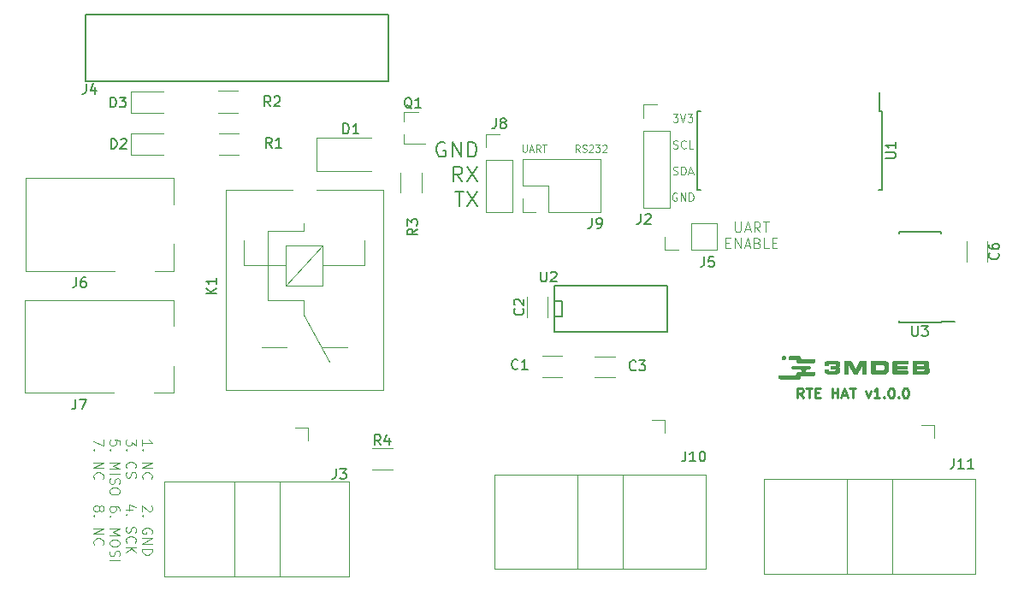
<source format=gbr>
G04 #@! TF.FileFunction,Legend,Top*
%FSLAX46Y46*%
G04 Gerber Fmt 4.6, Leading zero omitted, Abs format (unit mm)*
G04 Created by KiCad (PCBNEW 4.0.7) date 09/04/18 15:15:37*
%MOMM*%
%LPD*%
G01*
G04 APERTURE LIST*
%ADD10C,0.100000*%
%ADD11C,0.200000*%
%ADD12C,0.250000*%
%ADD13C,0.150000*%
%ADD14C,0.120000*%
%ADD15C,0.010000*%
G04 APERTURE END LIST*
D10*
X181616868Y-84147867D02*
X181616868Y-84714533D01*
X181650201Y-84781200D01*
X181683534Y-84814533D01*
X181750201Y-84847867D01*
X181883534Y-84847867D01*
X181950201Y-84814533D01*
X181983534Y-84781200D01*
X182016868Y-84714533D01*
X182016868Y-84147867D01*
X182316867Y-84647867D02*
X182650201Y-84647867D01*
X182250201Y-84847867D02*
X182483534Y-84147867D01*
X182716867Y-84847867D01*
X183350201Y-84847867D02*
X183116867Y-84514533D01*
X182950201Y-84847867D02*
X182950201Y-84147867D01*
X183216867Y-84147867D01*
X183283534Y-84181200D01*
X183316867Y-84214533D01*
X183350201Y-84281200D01*
X183350201Y-84381200D01*
X183316867Y-84447867D01*
X183283534Y-84481200D01*
X183216867Y-84514533D01*
X182950201Y-84514533D01*
X183550201Y-84147867D02*
X183950201Y-84147867D01*
X183750201Y-84847867D02*
X183750201Y-84147867D01*
X187250199Y-84847867D02*
X187016865Y-84514533D01*
X186850199Y-84847867D02*
X186850199Y-84147867D01*
X187116865Y-84147867D01*
X187183532Y-84181200D01*
X187216865Y-84214533D01*
X187250199Y-84281200D01*
X187250199Y-84381200D01*
X187216865Y-84447867D01*
X187183532Y-84481200D01*
X187116865Y-84514533D01*
X186850199Y-84514533D01*
X187516865Y-84814533D02*
X187616865Y-84847867D01*
X187783532Y-84847867D01*
X187850199Y-84814533D01*
X187883532Y-84781200D01*
X187916865Y-84714533D01*
X187916865Y-84647867D01*
X187883532Y-84581200D01*
X187850199Y-84547867D01*
X187783532Y-84514533D01*
X187650199Y-84481200D01*
X187583532Y-84447867D01*
X187550199Y-84414533D01*
X187516865Y-84347867D01*
X187516865Y-84281200D01*
X187550199Y-84214533D01*
X187583532Y-84181200D01*
X187650199Y-84147867D01*
X187816865Y-84147867D01*
X187916865Y-84181200D01*
X188183532Y-84214533D02*
X188216866Y-84181200D01*
X188283532Y-84147867D01*
X188450199Y-84147867D01*
X188516866Y-84181200D01*
X188550199Y-84214533D01*
X188583532Y-84281200D01*
X188583532Y-84347867D01*
X188550199Y-84447867D01*
X188150199Y-84847867D01*
X188583532Y-84847867D01*
X188816866Y-84147867D02*
X189250199Y-84147867D01*
X189016866Y-84414533D01*
X189116866Y-84414533D01*
X189183533Y-84447867D01*
X189216866Y-84481200D01*
X189250199Y-84547867D01*
X189250199Y-84714533D01*
X189216866Y-84781200D01*
X189183533Y-84814533D01*
X189116866Y-84847867D01*
X188916866Y-84847867D01*
X188850199Y-84814533D01*
X188816866Y-84781200D01*
X189516866Y-84214533D02*
X189550200Y-84181200D01*
X189616866Y-84147867D01*
X189783533Y-84147867D01*
X189850200Y-84181200D01*
X189883533Y-84214533D01*
X189916866Y-84281200D01*
X189916866Y-84347867D01*
X189883533Y-84447867D01*
X189483533Y-84847867D01*
X189916866Y-84847867D01*
X196469124Y-81107505D02*
X196964362Y-81107505D01*
X196697695Y-81412267D01*
X196811981Y-81412267D01*
X196888171Y-81450362D01*
X196926267Y-81488457D01*
X196964362Y-81564648D01*
X196964362Y-81755124D01*
X196926267Y-81831314D01*
X196888171Y-81869410D01*
X196811981Y-81907505D01*
X196583409Y-81907505D01*
X196507219Y-81869410D01*
X196469124Y-81831314D01*
X197192933Y-81107505D02*
X197459600Y-81907505D01*
X197726267Y-81107505D01*
X197916743Y-81107505D02*
X198411981Y-81107505D01*
X198145314Y-81412267D01*
X198259600Y-81412267D01*
X198335790Y-81450362D01*
X198373886Y-81488457D01*
X198411981Y-81564648D01*
X198411981Y-81755124D01*
X198373886Y-81831314D01*
X198335790Y-81869410D01*
X198259600Y-81907505D01*
X198031028Y-81907505D01*
X197954838Y-81869410D01*
X197916743Y-81831314D01*
X196507219Y-84469410D02*
X196621505Y-84507505D01*
X196811981Y-84507505D01*
X196888171Y-84469410D01*
X196926267Y-84431314D01*
X196964362Y-84355124D01*
X196964362Y-84278933D01*
X196926267Y-84202743D01*
X196888171Y-84164648D01*
X196811981Y-84126552D01*
X196659600Y-84088457D01*
X196583409Y-84050362D01*
X196545314Y-84012267D01*
X196507219Y-83936076D01*
X196507219Y-83859886D01*
X196545314Y-83783695D01*
X196583409Y-83745600D01*
X196659600Y-83707505D01*
X196850076Y-83707505D01*
X196964362Y-83745600D01*
X197764362Y-84431314D02*
X197726267Y-84469410D01*
X197611981Y-84507505D01*
X197535791Y-84507505D01*
X197421505Y-84469410D01*
X197345314Y-84393219D01*
X197307219Y-84317029D01*
X197269124Y-84164648D01*
X197269124Y-84050362D01*
X197307219Y-83897981D01*
X197345314Y-83821790D01*
X197421505Y-83745600D01*
X197535791Y-83707505D01*
X197611981Y-83707505D01*
X197726267Y-83745600D01*
X197764362Y-83783695D01*
X198488172Y-84507505D02*
X198107219Y-84507505D01*
X198107219Y-83707505D01*
X196488172Y-87069410D02*
X196602458Y-87107505D01*
X196792934Y-87107505D01*
X196869124Y-87069410D01*
X196907220Y-87031314D01*
X196945315Y-86955124D01*
X196945315Y-86878933D01*
X196907220Y-86802743D01*
X196869124Y-86764648D01*
X196792934Y-86726552D01*
X196640553Y-86688457D01*
X196564362Y-86650362D01*
X196526267Y-86612267D01*
X196488172Y-86536076D01*
X196488172Y-86459886D01*
X196526267Y-86383695D01*
X196564362Y-86345600D01*
X196640553Y-86307505D01*
X196831029Y-86307505D01*
X196945315Y-86345600D01*
X197288172Y-87107505D02*
X197288172Y-86307505D01*
X197478648Y-86307505D01*
X197592934Y-86345600D01*
X197669125Y-86421790D01*
X197707220Y-86497981D01*
X197745315Y-86650362D01*
X197745315Y-86764648D01*
X197707220Y-86917029D01*
X197669125Y-86993219D01*
X197592934Y-87069410D01*
X197478648Y-87107505D01*
X197288172Y-87107505D01*
X198050077Y-86878933D02*
X198431029Y-86878933D01*
X197973886Y-87107505D02*
X198240553Y-86307505D01*
X198507220Y-87107505D01*
X196850077Y-88945600D02*
X196773886Y-88907505D01*
X196659601Y-88907505D01*
X196545315Y-88945600D01*
X196469124Y-89021790D01*
X196431029Y-89097981D01*
X196392934Y-89250362D01*
X196392934Y-89364648D01*
X196431029Y-89517029D01*
X196469124Y-89593219D01*
X196545315Y-89669410D01*
X196659601Y-89707505D01*
X196735791Y-89707505D01*
X196850077Y-89669410D01*
X196888172Y-89631314D01*
X196888172Y-89364648D01*
X196735791Y-89364648D01*
X197231029Y-89707505D02*
X197231029Y-88907505D01*
X197688172Y-89707505D01*
X197688172Y-88907505D01*
X198069124Y-89707505D02*
X198069124Y-88907505D01*
X198259600Y-88907505D01*
X198373886Y-88945600D01*
X198450077Y-89021790D01*
X198488172Y-89097981D01*
X198526267Y-89250362D01*
X198526267Y-89364648D01*
X198488172Y-89517029D01*
X198450077Y-89593219D01*
X198373886Y-89669410D01*
X198259600Y-89707505D01*
X198069124Y-89707505D01*
D11*
X173914228Y-83922000D02*
X173771371Y-83850571D01*
X173557085Y-83850571D01*
X173342800Y-83922000D01*
X173199942Y-84064857D01*
X173128514Y-84207714D01*
X173057085Y-84493429D01*
X173057085Y-84707714D01*
X173128514Y-84993429D01*
X173199942Y-85136286D01*
X173342800Y-85279143D01*
X173557085Y-85350571D01*
X173699942Y-85350571D01*
X173914228Y-85279143D01*
X173985657Y-85207714D01*
X173985657Y-84707714D01*
X173699942Y-84707714D01*
X174628514Y-85350571D02*
X174628514Y-83850571D01*
X175485657Y-85350571D01*
X175485657Y-83850571D01*
X176199943Y-85350571D02*
X176199943Y-83850571D01*
X176557086Y-83850571D01*
X176771371Y-83922000D01*
X176914229Y-84064857D01*
X176985657Y-84207714D01*
X177057086Y-84493429D01*
X177057086Y-84707714D01*
X176985657Y-84993429D01*
X176914229Y-85136286D01*
X176771371Y-85279143D01*
X176557086Y-85350571D01*
X176199943Y-85350571D01*
X175628515Y-87800571D02*
X175128515Y-87086286D01*
X174771372Y-87800571D02*
X174771372Y-86300571D01*
X175342800Y-86300571D01*
X175485658Y-86372000D01*
X175557086Y-86443429D01*
X175628515Y-86586286D01*
X175628515Y-86800571D01*
X175557086Y-86943429D01*
X175485658Y-87014857D01*
X175342800Y-87086286D01*
X174771372Y-87086286D01*
X176128515Y-86300571D02*
X177128515Y-87800571D01*
X177128515Y-86300571D02*
X176128515Y-87800571D01*
X174914229Y-88750571D02*
X175771372Y-88750571D01*
X175342801Y-90250571D02*
X175342801Y-88750571D01*
X176128515Y-88750571D02*
X177128515Y-90250571D01*
X177128515Y-88750571D02*
X176128515Y-90250571D01*
D10*
X202620762Y-91784021D02*
X202620762Y-92593545D01*
X202668381Y-92688783D01*
X202716000Y-92736402D01*
X202811238Y-92784021D01*
X203001715Y-92784021D01*
X203096953Y-92736402D01*
X203144572Y-92688783D01*
X203192191Y-92593545D01*
X203192191Y-91784021D01*
X203620762Y-92498307D02*
X204096953Y-92498307D01*
X203525524Y-92784021D02*
X203858857Y-91784021D01*
X204192191Y-92784021D01*
X205096953Y-92784021D02*
X204763619Y-92307830D01*
X204525524Y-92784021D02*
X204525524Y-91784021D01*
X204906477Y-91784021D01*
X205001715Y-91831640D01*
X205049334Y-91879259D01*
X205096953Y-91974497D01*
X205096953Y-92117354D01*
X205049334Y-92212592D01*
X205001715Y-92260211D01*
X204906477Y-92307830D01*
X204525524Y-92307830D01*
X205382667Y-91784021D02*
X205954096Y-91784021D01*
X205668381Y-92784021D02*
X205668381Y-91784021D01*
X201692190Y-93860211D02*
X202025524Y-93860211D01*
X202168381Y-94384021D02*
X201692190Y-94384021D01*
X201692190Y-93384021D01*
X202168381Y-93384021D01*
X202596952Y-94384021D02*
X202596952Y-93384021D01*
X203168381Y-94384021D01*
X203168381Y-93384021D01*
X203596952Y-94098307D02*
X204073143Y-94098307D01*
X203501714Y-94384021D02*
X203835047Y-93384021D01*
X204168381Y-94384021D01*
X204835048Y-93860211D02*
X204977905Y-93907830D01*
X205025524Y-93955450D01*
X205073143Y-94050688D01*
X205073143Y-94193545D01*
X205025524Y-94288783D01*
X204977905Y-94336402D01*
X204882667Y-94384021D01*
X204501714Y-94384021D01*
X204501714Y-93384021D01*
X204835048Y-93384021D01*
X204930286Y-93431640D01*
X204977905Y-93479259D01*
X205025524Y-93574497D01*
X205025524Y-93669735D01*
X204977905Y-93764973D01*
X204930286Y-93812592D01*
X204835048Y-93860211D01*
X204501714Y-93860211D01*
X205977905Y-94384021D02*
X205501714Y-94384021D01*
X205501714Y-93384021D01*
X206311238Y-93860211D02*
X206644572Y-93860211D01*
X206787429Y-94384021D02*
X206311238Y-94384021D01*
X206311238Y-93384021D01*
X206787429Y-93384021D01*
X143933619Y-113918905D02*
X143933619Y-113347476D01*
X143933619Y-113633190D02*
X144933619Y-113633190D01*
X144790762Y-113537952D01*
X144695524Y-113442714D01*
X144647905Y-113347476D01*
X144028857Y-114347476D02*
X143981238Y-114395095D01*
X143933619Y-114347476D01*
X143981238Y-114299857D01*
X144028857Y-114347476D01*
X143933619Y-114347476D01*
X143933619Y-115585571D02*
X144933619Y-115585571D01*
X143933619Y-116157000D01*
X144933619Y-116157000D01*
X144028857Y-117204619D02*
X143981238Y-117157000D01*
X143933619Y-117014143D01*
X143933619Y-116918905D01*
X143981238Y-116776047D01*
X144076476Y-116680809D01*
X144171714Y-116633190D01*
X144362190Y-116585571D01*
X144505048Y-116585571D01*
X144695524Y-116633190D01*
X144790762Y-116680809D01*
X144886000Y-116776047D01*
X144933619Y-116918905D01*
X144933619Y-117014143D01*
X144886000Y-117157000D01*
X144838381Y-117204619D01*
X144838381Y-119871286D02*
X144886000Y-119918905D01*
X144933619Y-120014143D01*
X144933619Y-120252239D01*
X144886000Y-120347477D01*
X144838381Y-120395096D01*
X144743143Y-120442715D01*
X144647905Y-120442715D01*
X144505048Y-120395096D01*
X143933619Y-119823667D01*
X143933619Y-120442715D01*
X144028857Y-120871286D02*
X143981238Y-120918905D01*
X143933619Y-120871286D01*
X143981238Y-120823667D01*
X144028857Y-120871286D01*
X143933619Y-120871286D01*
X144886000Y-122633191D02*
X144933619Y-122537953D01*
X144933619Y-122395096D01*
X144886000Y-122252238D01*
X144790762Y-122157000D01*
X144695524Y-122109381D01*
X144505048Y-122061762D01*
X144362190Y-122061762D01*
X144171714Y-122109381D01*
X144076476Y-122157000D01*
X143981238Y-122252238D01*
X143933619Y-122395096D01*
X143933619Y-122490334D01*
X143981238Y-122633191D01*
X144028857Y-122680810D01*
X144362190Y-122680810D01*
X144362190Y-122490334D01*
X143933619Y-123109381D02*
X144933619Y-123109381D01*
X143933619Y-123680810D01*
X144933619Y-123680810D01*
X143933619Y-124157000D02*
X144933619Y-124157000D01*
X144933619Y-124395095D01*
X144886000Y-124537953D01*
X144790762Y-124633191D01*
X144695524Y-124680810D01*
X144505048Y-124728429D01*
X144362190Y-124728429D01*
X144171714Y-124680810D01*
X144076476Y-124633191D01*
X143981238Y-124537953D01*
X143933619Y-124395095D01*
X143933619Y-124157000D01*
X143333619Y-113299857D02*
X143333619Y-113918905D01*
X142952667Y-113585571D01*
X142952667Y-113728429D01*
X142905048Y-113823667D01*
X142857429Y-113871286D01*
X142762190Y-113918905D01*
X142524095Y-113918905D01*
X142428857Y-113871286D01*
X142381238Y-113823667D01*
X142333619Y-113728429D01*
X142333619Y-113442714D01*
X142381238Y-113347476D01*
X142428857Y-113299857D01*
X142428857Y-114347476D02*
X142381238Y-114395095D01*
X142333619Y-114347476D01*
X142381238Y-114299857D01*
X142428857Y-114347476D01*
X142333619Y-114347476D01*
X142428857Y-116157000D02*
X142381238Y-116109381D01*
X142333619Y-115966524D01*
X142333619Y-115871286D01*
X142381238Y-115728428D01*
X142476476Y-115633190D01*
X142571714Y-115585571D01*
X142762190Y-115537952D01*
X142905048Y-115537952D01*
X143095524Y-115585571D01*
X143190762Y-115633190D01*
X143286000Y-115728428D01*
X143333619Y-115871286D01*
X143333619Y-115966524D01*
X143286000Y-116109381D01*
X143238381Y-116157000D01*
X142381238Y-116537952D02*
X142333619Y-116680809D01*
X142333619Y-116918905D01*
X142381238Y-117014143D01*
X142428857Y-117061762D01*
X142524095Y-117109381D01*
X142619333Y-117109381D01*
X142714571Y-117061762D01*
X142762190Y-117014143D01*
X142809810Y-116918905D01*
X142857429Y-116728428D01*
X142905048Y-116633190D01*
X142952667Y-116585571D01*
X143047905Y-116537952D01*
X143143143Y-116537952D01*
X143238381Y-116585571D01*
X143286000Y-116633190D01*
X143333619Y-116728428D01*
X143333619Y-116966524D01*
X143286000Y-117109381D01*
X143000286Y-120252239D02*
X142333619Y-120252239D01*
X143381238Y-120014143D02*
X142666952Y-119776048D01*
X142666952Y-120395096D01*
X142428857Y-120776048D02*
X142381238Y-120823667D01*
X142333619Y-120776048D01*
X142381238Y-120728429D01*
X142428857Y-120776048D01*
X142333619Y-120776048D01*
X142381238Y-121966524D02*
X142333619Y-122109381D01*
X142333619Y-122347477D01*
X142381238Y-122442715D01*
X142428857Y-122490334D01*
X142524095Y-122537953D01*
X142619333Y-122537953D01*
X142714571Y-122490334D01*
X142762190Y-122442715D01*
X142809810Y-122347477D01*
X142857429Y-122157000D01*
X142905048Y-122061762D01*
X142952667Y-122014143D01*
X143047905Y-121966524D01*
X143143143Y-121966524D01*
X143238381Y-122014143D01*
X143286000Y-122061762D01*
X143333619Y-122157000D01*
X143333619Y-122395096D01*
X143286000Y-122537953D01*
X142428857Y-123537953D02*
X142381238Y-123490334D01*
X142333619Y-123347477D01*
X142333619Y-123252239D01*
X142381238Y-123109381D01*
X142476476Y-123014143D01*
X142571714Y-122966524D01*
X142762190Y-122918905D01*
X142905048Y-122918905D01*
X143095524Y-122966524D01*
X143190762Y-123014143D01*
X143286000Y-123109381D01*
X143333619Y-123252239D01*
X143333619Y-123347477D01*
X143286000Y-123490334D01*
X143238381Y-123537953D01*
X142333619Y-123966524D02*
X143333619Y-123966524D01*
X142333619Y-124537953D02*
X142905048Y-124109381D01*
X143333619Y-124537953D02*
X142762190Y-123966524D01*
X141733619Y-113871286D02*
X141733619Y-113395095D01*
X141257429Y-113347476D01*
X141305048Y-113395095D01*
X141352667Y-113490333D01*
X141352667Y-113728429D01*
X141305048Y-113823667D01*
X141257429Y-113871286D01*
X141162190Y-113918905D01*
X140924095Y-113918905D01*
X140828857Y-113871286D01*
X140781238Y-113823667D01*
X140733619Y-113728429D01*
X140733619Y-113490333D01*
X140781238Y-113395095D01*
X140828857Y-113347476D01*
X140828857Y-114347476D02*
X140781238Y-114395095D01*
X140733619Y-114347476D01*
X140781238Y-114299857D01*
X140828857Y-114347476D01*
X140733619Y-114347476D01*
X140733619Y-115585571D02*
X141733619Y-115585571D01*
X141019333Y-115918905D01*
X141733619Y-116252238D01*
X140733619Y-116252238D01*
X140733619Y-116728428D02*
X141733619Y-116728428D01*
X140781238Y-117156999D02*
X140733619Y-117299856D01*
X140733619Y-117537952D01*
X140781238Y-117633190D01*
X140828857Y-117680809D01*
X140924095Y-117728428D01*
X141019333Y-117728428D01*
X141114571Y-117680809D01*
X141162190Y-117633190D01*
X141209810Y-117537952D01*
X141257429Y-117347475D01*
X141305048Y-117252237D01*
X141352667Y-117204618D01*
X141447905Y-117156999D01*
X141543143Y-117156999D01*
X141638381Y-117204618D01*
X141686000Y-117252237D01*
X141733619Y-117347475D01*
X141733619Y-117585571D01*
X141686000Y-117728428D01*
X141733619Y-118347475D02*
X141733619Y-118537952D01*
X141686000Y-118633190D01*
X141590762Y-118728428D01*
X141400286Y-118776047D01*
X141066952Y-118776047D01*
X140876476Y-118728428D01*
X140781238Y-118633190D01*
X140733619Y-118537952D01*
X140733619Y-118347475D01*
X140781238Y-118252237D01*
X140876476Y-118156999D01*
X141066952Y-118109380D01*
X141400286Y-118109380D01*
X141590762Y-118156999D01*
X141686000Y-118252237D01*
X141733619Y-118347475D01*
X141733619Y-120395095D02*
X141733619Y-120204618D01*
X141686000Y-120109380D01*
X141638381Y-120061761D01*
X141495524Y-119966523D01*
X141305048Y-119918904D01*
X140924095Y-119918904D01*
X140828857Y-119966523D01*
X140781238Y-120014142D01*
X140733619Y-120109380D01*
X140733619Y-120299857D01*
X140781238Y-120395095D01*
X140828857Y-120442714D01*
X140924095Y-120490333D01*
X141162190Y-120490333D01*
X141257429Y-120442714D01*
X141305048Y-120395095D01*
X141352667Y-120299857D01*
X141352667Y-120109380D01*
X141305048Y-120014142D01*
X141257429Y-119966523D01*
X141162190Y-119918904D01*
X140828857Y-120918904D02*
X140781238Y-120966523D01*
X140733619Y-120918904D01*
X140781238Y-120871285D01*
X140828857Y-120918904D01*
X140733619Y-120918904D01*
X140733619Y-122156999D02*
X141733619Y-122156999D01*
X141019333Y-122490333D01*
X141733619Y-122823666D01*
X140733619Y-122823666D01*
X141733619Y-123490332D02*
X141733619Y-123680809D01*
X141686000Y-123776047D01*
X141590762Y-123871285D01*
X141400286Y-123918904D01*
X141066952Y-123918904D01*
X140876476Y-123871285D01*
X140781238Y-123776047D01*
X140733619Y-123680809D01*
X140733619Y-123490332D01*
X140781238Y-123395094D01*
X140876476Y-123299856D01*
X141066952Y-123252237D01*
X141400286Y-123252237D01*
X141590762Y-123299856D01*
X141686000Y-123395094D01*
X141733619Y-123490332D01*
X140781238Y-124299856D02*
X140733619Y-124442713D01*
X140733619Y-124680809D01*
X140781238Y-124776047D01*
X140828857Y-124823666D01*
X140924095Y-124871285D01*
X141019333Y-124871285D01*
X141114571Y-124823666D01*
X141162190Y-124776047D01*
X141209810Y-124680809D01*
X141257429Y-124490332D01*
X141305048Y-124395094D01*
X141352667Y-124347475D01*
X141447905Y-124299856D01*
X141543143Y-124299856D01*
X141638381Y-124347475D01*
X141686000Y-124395094D01*
X141733619Y-124490332D01*
X141733619Y-124728428D01*
X141686000Y-124871285D01*
X140733619Y-125299856D02*
X141733619Y-125299856D01*
X140133619Y-113299857D02*
X140133619Y-113966524D01*
X139133619Y-113537952D01*
X139228857Y-114347476D02*
X139181238Y-114395095D01*
X139133619Y-114347476D01*
X139181238Y-114299857D01*
X139228857Y-114347476D01*
X139133619Y-114347476D01*
X139133619Y-115585571D02*
X140133619Y-115585571D01*
X139133619Y-116157000D01*
X140133619Y-116157000D01*
X139228857Y-117204619D02*
X139181238Y-117157000D01*
X139133619Y-117014143D01*
X139133619Y-116918905D01*
X139181238Y-116776047D01*
X139276476Y-116680809D01*
X139371714Y-116633190D01*
X139562190Y-116585571D01*
X139705048Y-116585571D01*
X139895524Y-116633190D01*
X139990762Y-116680809D01*
X140086000Y-116776047D01*
X140133619Y-116918905D01*
X140133619Y-117014143D01*
X140086000Y-117157000D01*
X140038381Y-117204619D01*
X139705048Y-120061762D02*
X139752667Y-119966524D01*
X139800286Y-119918905D01*
X139895524Y-119871286D01*
X139943143Y-119871286D01*
X140038381Y-119918905D01*
X140086000Y-119966524D01*
X140133619Y-120061762D01*
X140133619Y-120252239D01*
X140086000Y-120347477D01*
X140038381Y-120395096D01*
X139943143Y-120442715D01*
X139895524Y-120442715D01*
X139800286Y-120395096D01*
X139752667Y-120347477D01*
X139705048Y-120252239D01*
X139705048Y-120061762D01*
X139657429Y-119966524D01*
X139609810Y-119918905D01*
X139514571Y-119871286D01*
X139324095Y-119871286D01*
X139228857Y-119918905D01*
X139181238Y-119966524D01*
X139133619Y-120061762D01*
X139133619Y-120252239D01*
X139181238Y-120347477D01*
X139228857Y-120395096D01*
X139324095Y-120442715D01*
X139514571Y-120442715D01*
X139609810Y-120395096D01*
X139657429Y-120347477D01*
X139705048Y-120252239D01*
X139228857Y-120871286D02*
X139181238Y-120918905D01*
X139133619Y-120871286D01*
X139181238Y-120823667D01*
X139228857Y-120871286D01*
X139133619Y-120871286D01*
X139133619Y-122109381D02*
X140133619Y-122109381D01*
X139133619Y-122680810D01*
X140133619Y-122680810D01*
X139228857Y-123728429D02*
X139181238Y-123680810D01*
X139133619Y-123537953D01*
X139133619Y-123442715D01*
X139181238Y-123299857D01*
X139276476Y-123204619D01*
X139371714Y-123157000D01*
X139562190Y-123109381D01*
X139705048Y-123109381D01*
X139895524Y-123157000D01*
X139990762Y-123204619D01*
X140086000Y-123299857D01*
X140133619Y-123442715D01*
X140133619Y-123537953D01*
X140086000Y-123680810D01*
X140038381Y-123728429D01*
D12*
X209369638Y-109215181D02*
X209036304Y-108738990D01*
X208798209Y-109215181D02*
X208798209Y-108215181D01*
X209179162Y-108215181D01*
X209274400Y-108262800D01*
X209322019Y-108310419D01*
X209369638Y-108405657D01*
X209369638Y-108548514D01*
X209322019Y-108643752D01*
X209274400Y-108691371D01*
X209179162Y-108738990D01*
X208798209Y-108738990D01*
X209655352Y-108215181D02*
X210226781Y-108215181D01*
X209941066Y-109215181D02*
X209941066Y-108215181D01*
X210560114Y-108691371D02*
X210893448Y-108691371D01*
X211036305Y-109215181D02*
X210560114Y-109215181D01*
X210560114Y-108215181D01*
X211036305Y-108215181D01*
X212226781Y-109215181D02*
X212226781Y-108215181D01*
X212226781Y-108691371D02*
X212798210Y-108691371D01*
X212798210Y-109215181D02*
X212798210Y-108215181D01*
X213226781Y-108929467D02*
X213702972Y-108929467D01*
X213131543Y-109215181D02*
X213464876Y-108215181D01*
X213798210Y-109215181D01*
X213988686Y-108215181D02*
X214560115Y-108215181D01*
X214274400Y-109215181D02*
X214274400Y-108215181D01*
X215560115Y-108548514D02*
X215798210Y-109215181D01*
X216036306Y-108548514D01*
X216941068Y-109215181D02*
X216369639Y-109215181D01*
X216655353Y-109215181D02*
X216655353Y-108215181D01*
X216560115Y-108358038D01*
X216464877Y-108453276D01*
X216369639Y-108500895D01*
X217369639Y-109119943D02*
X217417258Y-109167562D01*
X217369639Y-109215181D01*
X217322020Y-109167562D01*
X217369639Y-109119943D01*
X217369639Y-109215181D01*
X218036305Y-108215181D02*
X218131544Y-108215181D01*
X218226782Y-108262800D01*
X218274401Y-108310419D01*
X218322020Y-108405657D01*
X218369639Y-108596133D01*
X218369639Y-108834229D01*
X218322020Y-109024705D01*
X218274401Y-109119943D01*
X218226782Y-109167562D01*
X218131544Y-109215181D01*
X218036305Y-109215181D01*
X217941067Y-109167562D01*
X217893448Y-109119943D01*
X217845829Y-109024705D01*
X217798210Y-108834229D01*
X217798210Y-108596133D01*
X217845829Y-108405657D01*
X217893448Y-108310419D01*
X217941067Y-108262800D01*
X218036305Y-108215181D01*
X218798210Y-109119943D02*
X218845829Y-109167562D01*
X218798210Y-109215181D01*
X218750591Y-109167562D01*
X218798210Y-109119943D01*
X218798210Y-109215181D01*
X219464876Y-108215181D02*
X219560115Y-108215181D01*
X219655353Y-108262800D01*
X219702972Y-108310419D01*
X219750591Y-108405657D01*
X219798210Y-108596133D01*
X219798210Y-108834229D01*
X219750591Y-109024705D01*
X219702972Y-109119943D01*
X219655353Y-109167562D01*
X219560115Y-109215181D01*
X219464876Y-109215181D01*
X219369638Y-109167562D01*
X219322019Y-109119943D01*
X219274400Y-109024705D01*
X219226781Y-108834229D01*
X219226781Y-108596133D01*
X219274400Y-108405657D01*
X219322019Y-108310419D01*
X219369638Y-108262800D01*
X219464876Y-108215181D01*
D13*
X184708800Y-99644200D02*
X185470800Y-99644200D01*
X185470800Y-99644200D02*
X185470800Y-101168200D01*
X185470800Y-101168200D02*
X184708800Y-101168200D01*
X195884800Y-98120200D02*
X195884800Y-102692200D01*
X195884800Y-102692200D02*
X184708800Y-102692200D01*
X184708800Y-102692200D02*
X184708800Y-98120200D01*
X184708800Y-98120200D02*
X195884800Y-98120200D01*
X168275000Y-77851000D02*
X168275000Y-71247000D01*
X168275000Y-71247000D02*
X138303000Y-71247000D01*
X138303000Y-71247000D02*
X138303000Y-77851000D01*
X138303000Y-77851000D02*
X168275000Y-77851000D01*
X217151000Y-80821300D02*
X216901000Y-80821300D01*
X217151000Y-88571300D02*
X216806000Y-88571300D01*
X198901000Y-88571300D02*
X199246000Y-88571300D01*
X198901000Y-80821300D02*
X199246000Y-80821300D01*
X217151000Y-80821300D02*
X217151000Y-88571300D01*
X198901000Y-80821300D02*
X198901000Y-88571300D01*
X216901000Y-80821300D02*
X216901000Y-78996300D01*
D14*
X158820000Y-88643000D02*
X152220000Y-88643000D01*
X167820000Y-88643000D02*
X161220000Y-88643000D01*
X167820000Y-88643000D02*
X167820000Y-108443000D01*
X167820000Y-108443000D02*
X152220000Y-108443000D01*
X152220000Y-108443000D02*
X152220000Y-88643000D01*
X155820000Y-104193000D02*
X158270000Y-104193000D01*
X164220000Y-104193000D02*
X161720000Y-104193000D01*
X153970000Y-93593000D02*
X153970000Y-96093000D01*
X159970000Y-92693000D02*
X159970000Y-91893000D01*
X165970000Y-96093000D02*
X165970000Y-93593000D01*
X159970000Y-99493000D02*
X159970000Y-100993000D01*
X159970000Y-100993000D02*
X162470000Y-105593000D01*
X156370000Y-99493000D02*
X156370000Y-92693000D01*
X159970000Y-99493000D02*
X156370000Y-99493000D01*
X159970000Y-92693000D02*
X156370000Y-92693000D01*
X165970000Y-96093000D02*
X161770000Y-96093000D01*
X158170000Y-96093000D02*
X153970000Y-96093000D01*
X158170000Y-98093000D02*
X161770000Y-94093000D01*
X158170000Y-94093000D02*
X161770000Y-94093000D01*
X161770000Y-94093000D02*
X161770000Y-98093000D01*
X161770000Y-98093000D02*
X158170000Y-98093000D01*
X158170000Y-98093000D02*
X158170000Y-94093000D01*
X161192000Y-83440000D02*
X161192000Y-86740000D01*
X161192000Y-86740000D02*
X166592000Y-86740000D01*
X161192000Y-83440000D02*
X166592000Y-83440000D01*
X160375600Y-112115600D02*
X159105600Y-112115600D01*
X160375600Y-113385600D02*
X160375600Y-112115600D01*
X164455600Y-126865600D02*
X146135600Y-126865600D01*
X164455600Y-117515600D02*
X164455600Y-126865600D01*
X157545600Y-117515600D02*
X157545600Y-126865600D01*
X146135600Y-117515600D02*
X146135600Y-126865600D01*
X146135600Y-117515600D02*
X164455600Y-117515600D01*
X153045600Y-117515600D02*
X153045600Y-126865600D01*
X141151600Y-108714600D02*
X132351600Y-108714600D01*
X132351600Y-108714600D02*
X132351600Y-99514600D01*
X147051600Y-106014600D02*
X147051600Y-108714600D01*
X147051600Y-108714600D02*
X145151600Y-108714600D01*
X132351600Y-99514600D02*
X147051600Y-99514600D01*
X147051600Y-99514600D02*
X147051600Y-102114600D01*
X185531000Y-105075800D02*
X183531000Y-105075800D01*
X183531000Y-107115800D02*
X185531000Y-107115800D01*
X182012400Y-99203000D02*
X182012400Y-101203000D01*
X184052400Y-101203000D02*
X184052400Y-99203000D01*
X190712600Y-105101200D02*
X188712600Y-105101200D01*
X188712600Y-107141200D02*
X190712600Y-107141200D01*
X227562600Y-95691200D02*
X227562600Y-93691200D01*
X225522600Y-93691200D02*
X225522600Y-95691200D01*
X193538800Y-90412880D02*
X196198800Y-90412880D01*
X193538800Y-82732880D02*
X193538800Y-90412880D01*
X196198800Y-82732880D02*
X196198800Y-90412880D01*
X193538800Y-82732880D02*
X196198800Y-82732880D01*
X193538800Y-81462880D02*
X193538800Y-80132880D01*
X193538800Y-80132880D02*
X194868800Y-80132880D01*
X141202400Y-96649600D02*
X132402400Y-96649600D01*
X132402400Y-96649600D02*
X132402400Y-87449600D01*
X147102400Y-93949600D02*
X147102400Y-96649600D01*
X147102400Y-96649600D02*
X145202400Y-96649600D01*
X132402400Y-87449600D02*
X147102400Y-87449600D01*
X147102400Y-87449600D02*
X147102400Y-90049600D01*
X195630800Y-111404400D02*
X194360800Y-111404400D01*
X195630800Y-112674400D02*
X195630800Y-111404400D01*
X199710800Y-126154400D02*
X178850800Y-126154400D01*
X199710800Y-116804400D02*
X199710800Y-126154400D01*
X178850800Y-116804400D02*
X178850800Y-126154400D01*
X178850800Y-116804400D02*
X199710800Y-116804400D01*
X191530800Y-116804400D02*
X191530800Y-126154400D01*
X187030800Y-116804400D02*
X187030800Y-126154400D01*
X222300800Y-111861600D02*
X221030800Y-111861600D01*
X222300800Y-113131600D02*
X222300800Y-111861600D01*
X226380800Y-126611600D02*
X205520800Y-126611600D01*
X226380800Y-117261600D02*
X226380800Y-126611600D01*
X205520800Y-117261600D02*
X205520800Y-126611600D01*
X205520800Y-117261600D02*
X226380800Y-117261600D01*
X218200800Y-117261600D02*
X218200800Y-126611600D01*
X213700800Y-117261600D02*
X213700800Y-126611600D01*
X169801000Y-80868400D02*
X169801000Y-81798400D01*
X169801000Y-84028400D02*
X169801000Y-83098400D01*
X169801000Y-84028400D02*
X171961000Y-84028400D01*
X169801000Y-80868400D02*
X171261000Y-80868400D01*
X151514300Y-83016700D02*
X153514300Y-83016700D01*
X153514300Y-85156700D02*
X151514300Y-85156700D01*
X151438100Y-78825700D02*
X153438100Y-78825700D01*
X153438100Y-80965700D02*
X151438100Y-80965700D01*
X169465600Y-88884000D02*
X169465600Y-86884000D01*
X171605600Y-86884000D02*
X171605600Y-88884000D01*
D13*
X222978800Y-101693900D02*
X222978800Y-101668900D01*
X218828800Y-101693900D02*
X218828800Y-101578900D01*
X218828800Y-92793900D02*
X218828800Y-92908900D01*
X222978800Y-92793900D02*
X222978800Y-92908900D01*
X222978800Y-101693900D02*
X218828800Y-101693900D01*
X222978800Y-92793900D02*
X218828800Y-92793900D01*
X222978800Y-101668900D02*
X224353800Y-101668900D01*
D14*
X142859400Y-83052100D02*
X142859400Y-85172100D01*
X146059400Y-83052100D02*
X142859400Y-83052100D01*
X142859400Y-85172100D02*
X146059400Y-85172100D01*
X142846700Y-78886500D02*
X142846700Y-81006500D01*
X146046700Y-78886500D02*
X142846700Y-78886500D01*
X142846700Y-81006500D02*
X146046700Y-81006500D01*
X200847000Y-94573400D02*
X200847000Y-91913400D01*
X198247000Y-94573400D02*
X200847000Y-94573400D01*
X198247000Y-91913400D02*
X200847000Y-91913400D01*
X198247000Y-94573400D02*
X198247000Y-91913400D01*
X196977000Y-94573400D02*
X195647000Y-94573400D01*
X195647000Y-94573400D02*
X195647000Y-93243400D01*
D15*
G36*
X209926541Y-106022837D02*
X209957947Y-106042125D01*
X209985587Y-106068186D01*
X210006277Y-106098017D01*
X210013043Y-106112256D01*
X210017118Y-106125589D01*
X210019151Y-106141436D01*
X210019789Y-106163215D01*
X210019806Y-106169460D01*
X210019403Y-106193064D01*
X210017764Y-106209920D01*
X210014245Y-106223425D01*
X210008203Y-106236973D01*
X210006322Y-106240580D01*
X209982715Y-106274439D01*
X209951764Y-106301691D01*
X209925920Y-106316431D01*
X209916008Y-106320838D01*
X209906847Y-106324113D01*
X209896751Y-106326425D01*
X209884033Y-106327942D01*
X209867004Y-106328834D01*
X209843979Y-106329268D01*
X209813270Y-106329413D01*
X209795803Y-106329430D01*
X209762595Y-106329700D01*
X209731048Y-106330423D01*
X209703257Y-106331515D01*
X209681316Y-106332892D01*
X209667320Y-106334472D01*
X209666807Y-106334566D01*
X209627166Y-106346662D01*
X209593629Y-106366846D01*
X209565954Y-106395297D01*
X209549010Y-106421961D01*
X209542845Y-106435716D01*
X209539260Y-106450413D01*
X209537646Y-106469462D01*
X209537360Y-106486960D01*
X209537736Y-106509577D01*
X209539458Y-106525702D01*
X209543300Y-106538986D01*
X209550038Y-106553080D01*
X209552267Y-106557159D01*
X209573133Y-106587151D01*
X209599712Y-106610821D01*
X209631048Y-106628686D01*
X209659220Y-106641900D01*
X210027520Y-106644440D01*
X210097975Y-106644940D01*
X210158993Y-106645416D01*
X210211295Y-106645889D01*
X210255603Y-106646380D01*
X210292641Y-106646911D01*
X210323129Y-106647502D01*
X210347790Y-106648177D01*
X210367346Y-106648956D01*
X210382520Y-106649860D01*
X210394032Y-106650911D01*
X210402607Y-106652131D01*
X210408965Y-106653541D01*
X210413829Y-106655162D01*
X210415748Y-106655977D01*
X210449932Y-106676839D01*
X210477948Y-106705258D01*
X210494496Y-106731637D01*
X210502730Y-106749525D01*
X210507448Y-106764829D01*
X210509567Y-106781828D01*
X210510008Y-106804001D01*
X210508827Y-106831614D01*
X210505077Y-106852757D01*
X210499578Y-106867960D01*
X210483499Y-106894262D01*
X210460497Y-106919646D01*
X210433577Y-106941028D01*
X210421220Y-106948397D01*
X210395820Y-106961940D01*
X209161380Y-106967020D01*
X209132620Y-106981145D01*
X209099406Y-107002342D01*
X209073763Y-107029777D01*
X209055429Y-107063863D01*
X209044143Y-107105017D01*
X209041336Y-107125530D01*
X209033676Y-107168097D01*
X209019744Y-107203181D01*
X208998928Y-107231732D01*
X208970619Y-107254702D01*
X208951757Y-107265240D01*
X208917756Y-107281980D01*
X207993088Y-107282852D01*
X207873763Y-107282950D01*
X207764229Y-107283009D01*
X207664116Y-107283027D01*
X207573054Y-107283002D01*
X207490674Y-107282931D01*
X207416606Y-107282813D01*
X207350481Y-107282645D01*
X207291930Y-107282425D01*
X207240582Y-107282151D01*
X207196069Y-107281821D01*
X207158020Y-107281433D01*
X207126067Y-107280984D01*
X207099839Y-107280474D01*
X207078968Y-107279898D01*
X207063084Y-107279256D01*
X207051816Y-107278546D01*
X207044797Y-107277764D01*
X207043020Y-107277413D01*
X207011196Y-107266928D01*
X206985083Y-107251850D01*
X206964220Y-107233660D01*
X206944847Y-107212016D01*
X206932046Y-107191165D01*
X206924650Y-107168080D01*
X206921493Y-107139734D01*
X206921138Y-107121960D01*
X206921487Y-107097905D01*
X206922915Y-107080789D01*
X206926010Y-107067401D01*
X206931360Y-107054529D01*
X206934699Y-107047977D01*
X206955436Y-107018113D01*
X206983113Y-106992038D01*
X207014458Y-106972797D01*
X207037940Y-106961940D01*
X208597500Y-106956860D01*
X208621117Y-106945942D01*
X208654115Y-106925448D01*
X208679871Y-106897845D01*
X208698354Y-106863180D01*
X208709534Y-106821503D01*
X208711739Y-106805049D01*
X208715074Y-106781685D01*
X208719844Y-106759168D01*
X208725123Y-106741734D01*
X208726132Y-106739288D01*
X208743898Y-106709713D01*
X208768696Y-106682927D01*
X208797410Y-106662229D01*
X208800377Y-106660621D01*
X208808575Y-106656450D01*
X208816267Y-106653211D01*
X208824870Y-106650753D01*
X208835798Y-106648928D01*
X208850468Y-106647585D01*
X208870296Y-106646577D01*
X208896698Y-106645752D01*
X208931090Y-106644962D01*
X208953100Y-106644506D01*
X208992400Y-106643666D01*
X209022989Y-106642858D01*
X209046313Y-106641935D01*
X209063818Y-106640749D01*
X209076951Y-106639151D01*
X209087157Y-106636992D01*
X209095885Y-106634126D01*
X209104579Y-106630403D01*
X209108479Y-106628591D01*
X209143304Y-106607646D01*
X209169510Y-106581373D01*
X209187307Y-106549461D01*
X209196907Y-106511597D01*
X209198439Y-106495768D01*
X209199304Y-106474634D01*
X209198319Y-106459368D01*
X209194673Y-106445732D01*
X209187558Y-106429490D01*
X209184644Y-106423511D01*
X209162973Y-106389914D01*
X209134332Y-106363453D01*
X209098124Y-106343578D01*
X209096891Y-106343069D01*
X209091588Y-106340968D01*
X209086156Y-106339145D01*
X209079855Y-106337576D01*
X209071944Y-106336235D01*
X209061684Y-106335096D01*
X209048334Y-106334135D01*
X209031155Y-106333324D01*
X209009405Y-106332640D01*
X208982346Y-106332056D01*
X208949236Y-106331547D01*
X208909335Y-106331089D01*
X208861904Y-106330654D01*
X208806202Y-106330218D01*
X208741489Y-106329755D01*
X208701640Y-106329480D01*
X208333340Y-106326940D01*
X208306320Y-106311972D01*
X208274829Y-106289795D01*
X208249892Y-106261175D01*
X208238135Y-106241708D01*
X208232458Y-106229331D01*
X208228986Y-106216217D01*
X208227224Y-106199366D01*
X208226681Y-106175775D01*
X208226674Y-106172000D01*
X208226956Y-106148428D01*
X208228244Y-106131804D01*
X208231173Y-106118923D01*
X208236382Y-106106580D01*
X208241627Y-106096720D01*
X208262493Y-106066728D01*
X208289072Y-106043058D01*
X208320408Y-106025193D01*
X208348580Y-106011980D01*
X209903060Y-106011980D01*
X209926541Y-106022837D01*
X209926541Y-106022837D01*
G37*
X209926541Y-106022837D02*
X209957947Y-106042125D01*
X209985587Y-106068186D01*
X210006277Y-106098017D01*
X210013043Y-106112256D01*
X210017118Y-106125589D01*
X210019151Y-106141436D01*
X210019789Y-106163215D01*
X210019806Y-106169460D01*
X210019403Y-106193064D01*
X210017764Y-106209920D01*
X210014245Y-106223425D01*
X210008203Y-106236973D01*
X210006322Y-106240580D01*
X209982715Y-106274439D01*
X209951764Y-106301691D01*
X209925920Y-106316431D01*
X209916008Y-106320838D01*
X209906847Y-106324113D01*
X209896751Y-106326425D01*
X209884033Y-106327942D01*
X209867004Y-106328834D01*
X209843979Y-106329268D01*
X209813270Y-106329413D01*
X209795803Y-106329430D01*
X209762595Y-106329700D01*
X209731048Y-106330423D01*
X209703257Y-106331515D01*
X209681316Y-106332892D01*
X209667320Y-106334472D01*
X209666807Y-106334566D01*
X209627166Y-106346662D01*
X209593629Y-106366846D01*
X209565954Y-106395297D01*
X209549010Y-106421961D01*
X209542845Y-106435716D01*
X209539260Y-106450413D01*
X209537646Y-106469462D01*
X209537360Y-106486960D01*
X209537736Y-106509577D01*
X209539458Y-106525702D01*
X209543300Y-106538986D01*
X209550038Y-106553080D01*
X209552267Y-106557159D01*
X209573133Y-106587151D01*
X209599712Y-106610821D01*
X209631048Y-106628686D01*
X209659220Y-106641900D01*
X210027520Y-106644440D01*
X210097975Y-106644940D01*
X210158993Y-106645416D01*
X210211295Y-106645889D01*
X210255603Y-106646380D01*
X210292641Y-106646911D01*
X210323129Y-106647502D01*
X210347790Y-106648177D01*
X210367346Y-106648956D01*
X210382520Y-106649860D01*
X210394032Y-106650911D01*
X210402607Y-106652131D01*
X210408965Y-106653541D01*
X210413829Y-106655162D01*
X210415748Y-106655977D01*
X210449932Y-106676839D01*
X210477948Y-106705258D01*
X210494496Y-106731637D01*
X210502730Y-106749525D01*
X210507448Y-106764829D01*
X210509567Y-106781828D01*
X210510008Y-106804001D01*
X210508827Y-106831614D01*
X210505077Y-106852757D01*
X210499578Y-106867960D01*
X210483499Y-106894262D01*
X210460497Y-106919646D01*
X210433577Y-106941028D01*
X210421220Y-106948397D01*
X210395820Y-106961940D01*
X209161380Y-106967020D01*
X209132620Y-106981145D01*
X209099406Y-107002342D01*
X209073763Y-107029777D01*
X209055429Y-107063863D01*
X209044143Y-107105017D01*
X209041336Y-107125530D01*
X209033676Y-107168097D01*
X209019744Y-107203181D01*
X208998928Y-107231732D01*
X208970619Y-107254702D01*
X208951757Y-107265240D01*
X208917756Y-107281980D01*
X207993088Y-107282852D01*
X207873763Y-107282950D01*
X207764229Y-107283009D01*
X207664116Y-107283027D01*
X207573054Y-107283002D01*
X207490674Y-107282931D01*
X207416606Y-107282813D01*
X207350481Y-107282645D01*
X207291930Y-107282425D01*
X207240582Y-107282151D01*
X207196069Y-107281821D01*
X207158020Y-107281433D01*
X207126067Y-107280984D01*
X207099839Y-107280474D01*
X207078968Y-107279898D01*
X207063084Y-107279256D01*
X207051816Y-107278546D01*
X207044797Y-107277764D01*
X207043020Y-107277413D01*
X207011196Y-107266928D01*
X206985083Y-107251850D01*
X206964220Y-107233660D01*
X206944847Y-107212016D01*
X206932046Y-107191165D01*
X206924650Y-107168080D01*
X206921493Y-107139734D01*
X206921138Y-107121960D01*
X206921487Y-107097905D01*
X206922915Y-107080789D01*
X206926010Y-107067401D01*
X206931360Y-107054529D01*
X206934699Y-107047977D01*
X206955436Y-107018113D01*
X206983113Y-106992038D01*
X207014458Y-106972797D01*
X207037940Y-106961940D01*
X208597500Y-106956860D01*
X208621117Y-106945942D01*
X208654115Y-106925448D01*
X208679871Y-106897845D01*
X208698354Y-106863180D01*
X208709534Y-106821503D01*
X208711739Y-106805049D01*
X208715074Y-106781685D01*
X208719844Y-106759168D01*
X208725123Y-106741734D01*
X208726132Y-106739288D01*
X208743898Y-106709713D01*
X208768696Y-106682927D01*
X208797410Y-106662229D01*
X208800377Y-106660621D01*
X208808575Y-106656450D01*
X208816267Y-106653211D01*
X208824870Y-106650753D01*
X208835798Y-106648928D01*
X208850468Y-106647585D01*
X208870296Y-106646577D01*
X208896698Y-106645752D01*
X208931090Y-106644962D01*
X208953100Y-106644506D01*
X208992400Y-106643666D01*
X209022989Y-106642858D01*
X209046313Y-106641935D01*
X209063818Y-106640749D01*
X209076951Y-106639151D01*
X209087157Y-106636992D01*
X209095885Y-106634126D01*
X209104579Y-106630403D01*
X209108479Y-106628591D01*
X209143304Y-106607646D01*
X209169510Y-106581373D01*
X209187307Y-106549461D01*
X209196907Y-106511597D01*
X209198439Y-106495768D01*
X209199304Y-106474634D01*
X209198319Y-106459368D01*
X209194673Y-106445732D01*
X209187558Y-106429490D01*
X209184644Y-106423511D01*
X209162973Y-106389914D01*
X209134332Y-106363453D01*
X209098124Y-106343578D01*
X209096891Y-106343069D01*
X209091588Y-106340968D01*
X209086156Y-106339145D01*
X209079855Y-106337576D01*
X209071944Y-106336235D01*
X209061684Y-106335096D01*
X209048334Y-106334135D01*
X209031155Y-106333324D01*
X209009405Y-106332640D01*
X208982346Y-106332056D01*
X208949236Y-106331547D01*
X208909335Y-106331089D01*
X208861904Y-106330654D01*
X208806202Y-106330218D01*
X208741489Y-106329755D01*
X208701640Y-106329480D01*
X208333340Y-106326940D01*
X208306320Y-106311972D01*
X208274829Y-106289795D01*
X208249892Y-106261175D01*
X208238135Y-106241708D01*
X208232458Y-106229331D01*
X208228986Y-106216217D01*
X208227224Y-106199366D01*
X208226681Y-106175775D01*
X208226674Y-106172000D01*
X208226956Y-106148428D01*
X208228244Y-106131804D01*
X208231173Y-106118923D01*
X208236382Y-106106580D01*
X208241627Y-106096720D01*
X208262493Y-106066728D01*
X208289072Y-106043058D01*
X208320408Y-106025193D01*
X208348580Y-106011980D01*
X209903060Y-106011980D01*
X209926541Y-106022837D01*
G36*
X212324331Y-105532576D02*
X212414436Y-105534357D01*
X212495431Y-105537516D01*
X212567815Y-105542206D01*
X212632083Y-105548583D01*
X212688733Y-105556802D01*
X212738263Y-105567018D01*
X212781170Y-105579385D01*
X212817950Y-105594059D01*
X212849101Y-105611195D01*
X212875120Y-105630948D01*
X212896504Y-105653472D01*
X212913751Y-105678923D01*
X212927358Y-105707455D01*
X212937822Y-105739224D01*
X212941850Y-105755560D01*
X212945668Y-105779162D01*
X212948473Y-105809820D01*
X212950266Y-105845254D01*
X212951045Y-105883186D01*
X212950811Y-105921334D01*
X212949563Y-105957421D01*
X212947302Y-105989166D01*
X212944026Y-106014290D01*
X212941878Y-106024145D01*
X212929101Y-106062421D01*
X212912789Y-106092966D01*
X212891430Y-106117359D01*
X212863513Y-106137181D01*
X212827528Y-106154010D01*
X212812253Y-106159659D01*
X212780126Y-106170920D01*
X212813614Y-106182065D01*
X212850129Y-106197125D01*
X212880522Y-106216370D01*
X212905122Y-106240515D01*
X212924256Y-106270275D01*
X212938250Y-106306365D01*
X212947431Y-106349499D01*
X212952126Y-106400394D01*
X212952662Y-106459764D01*
X212951855Y-106484420D01*
X212947348Y-106542323D01*
X212938653Y-106592614D01*
X212925145Y-106635892D01*
X212906200Y-106672756D01*
X212881192Y-106703807D01*
X212849498Y-106729644D01*
X212810491Y-106750868D01*
X212763547Y-106768077D01*
X212708041Y-106781873D01*
X212643349Y-106792854D01*
X212628480Y-106794866D01*
X212612693Y-106796693D01*
X212594860Y-106798266D01*
X212574102Y-106799609D01*
X212549537Y-106800746D01*
X212520283Y-106801698D01*
X212485461Y-106802489D01*
X212444190Y-106803143D01*
X212395588Y-106803682D01*
X212338774Y-106804129D01*
X212272868Y-106804507D01*
X212257640Y-106804581D01*
X212200756Y-106804770D01*
X212145400Y-106804806D01*
X212092670Y-106804698D01*
X212043665Y-106804453D01*
X211999485Y-106804082D01*
X211961230Y-106803593D01*
X211929997Y-106802994D01*
X211906888Y-106802296D01*
X211894420Y-106801628D01*
X211832280Y-106795940D01*
X211778902Y-106789230D01*
X211732917Y-106781216D01*
X211692954Y-106771614D01*
X211657642Y-106760144D01*
X211625612Y-106746522D01*
X211624442Y-106745958D01*
X211582657Y-106721904D01*
X211548578Y-106693515D01*
X211521776Y-106660018D01*
X211501820Y-106620640D01*
X211488280Y-106574608D01*
X211480726Y-106521150D01*
X211478870Y-106484420D01*
X211479327Y-106455038D01*
X211482840Y-106433091D01*
X211490368Y-106416071D01*
X211502871Y-106401470D01*
X211514276Y-106391972D01*
X211532923Y-106377740D01*
X211654836Y-106376207D01*
X211699712Y-106375857D01*
X211735070Y-106376074D01*
X211761538Y-106376879D01*
X211779743Y-106378291D01*
X211790314Y-106380332D01*
X211791266Y-106380688D01*
X211809602Y-106393693D01*
X211823394Y-106415282D01*
X211830867Y-106438465D01*
X211840448Y-106468960D01*
X211854766Y-106492336D01*
X211875502Y-106510470D01*
X211904335Y-106525239D01*
X211910850Y-106527813D01*
X211920917Y-106531325D01*
X211931519Y-106534114D01*
X211944111Y-106536319D01*
X211960148Y-106538076D01*
X211981082Y-106539523D01*
X212008368Y-106540798D01*
X212043461Y-106542038D01*
X212069680Y-106542848D01*
X212117810Y-106543913D01*
X212168100Y-106544352D01*
X212219203Y-106544206D01*
X212269774Y-106543517D01*
X212318467Y-106542327D01*
X212363938Y-106540677D01*
X212404840Y-106538610D01*
X212439829Y-106536167D01*
X212467559Y-106533390D01*
X212486684Y-106530320D01*
X212488780Y-106529824D01*
X212523167Y-106517985D01*
X212548788Y-106501570D01*
X212566349Y-106479680D01*
X212576555Y-106451413D01*
X212580114Y-106415870D01*
X212580132Y-106413300D01*
X212579621Y-106390587D01*
X212577495Y-106374386D01*
X212573036Y-106361086D01*
X212567713Y-106350819D01*
X212550659Y-106328745D01*
X212527889Y-106313352D01*
X212498275Y-106303584D01*
X212487262Y-106302158D01*
X212467503Y-106300662D01*
X212440413Y-106299161D01*
X212407404Y-106297720D01*
X212369890Y-106296402D01*
X212329286Y-106295273D01*
X212303360Y-106294700D01*
X212254527Y-106293697D01*
X212214753Y-106292696D01*
X212182938Y-106291494D01*
X212157983Y-106289890D01*
X212138789Y-106287682D01*
X212124255Y-106284671D01*
X212113284Y-106280653D01*
X212104774Y-106275428D01*
X212097628Y-106268794D01*
X212090745Y-106260550D01*
X212086452Y-106254966D01*
X212079798Y-106245404D01*
X212075476Y-106235968D01*
X212072867Y-106223987D01*
X212071353Y-106206795D01*
X212070461Y-106185973D01*
X212070028Y-106162176D01*
X212070329Y-106140252D01*
X212071290Y-106123490D01*
X212072018Y-106117948D01*
X212079195Y-106100149D01*
X212092597Y-106081664D01*
X212109218Y-106065878D01*
X212126056Y-106056177D01*
X212127165Y-106055813D01*
X212136218Y-106054481D01*
X212154022Y-106053123D01*
X212179168Y-106051801D01*
X212210248Y-106050575D01*
X212245853Y-106049506D01*
X212284573Y-106048654D01*
X212298280Y-106048424D01*
X212353524Y-106047379D01*
X212399619Y-106045995D01*
X212437571Y-106044110D01*
X212468388Y-106041558D01*
X212493080Y-106038178D01*
X212512652Y-106033804D01*
X212528114Y-106028273D01*
X212540474Y-106021423D01*
X212550740Y-106013088D01*
X212557106Y-106006412D01*
X212572407Y-105981737D01*
X212581029Y-105951460D01*
X212582583Y-105917959D01*
X212577066Y-105884996D01*
X212565994Y-105861989D01*
X212547277Y-105840754D01*
X212523414Y-105823632D01*
X212501440Y-105814205D01*
X212483182Y-105810348D01*
X212455778Y-105806850D01*
X212420235Y-105803765D01*
X212377563Y-105801146D01*
X212328771Y-105799048D01*
X212274866Y-105797524D01*
X212216858Y-105796629D01*
X212168740Y-105796402D01*
X212105737Y-105796766D01*
X212052173Y-105797907D01*
X212007349Y-105799878D01*
X211970570Y-105802732D01*
X211941139Y-105806520D01*
X211918359Y-105811297D01*
X211902804Y-105816555D01*
X211876029Y-105832389D01*
X211854141Y-105853803D01*
X211839342Y-105878427D01*
X211835945Y-105888474D01*
X211824319Y-105921733D01*
X211809307Y-105945811D01*
X211798791Y-105955688D01*
X211793797Y-105959003D01*
X211788066Y-105961542D01*
X211780261Y-105963410D01*
X211769045Y-105964708D01*
X211753081Y-105965539D01*
X211731033Y-105966006D01*
X211701562Y-105966212D01*
X211663333Y-105966259D01*
X211661254Y-105966260D01*
X211622771Y-105966238D01*
X211593075Y-105966092D01*
X211570791Y-105965699D01*
X211554547Y-105964936D01*
X211542968Y-105963680D01*
X211534682Y-105961808D01*
X211528314Y-105959197D01*
X211522492Y-105955725D01*
X211519256Y-105953560D01*
X211502908Y-105938208D01*
X211488667Y-105916894D01*
X211487275Y-105914166D01*
X211481617Y-105902316D01*
X211478079Y-105892594D01*
X211476441Y-105882446D01*
X211476485Y-105869317D01*
X211477989Y-105850654D01*
X211480063Y-105830346D01*
X211485693Y-105785383D01*
X211492672Y-105748735D01*
X211501692Y-105718579D01*
X211513446Y-105693089D01*
X211528626Y-105670444D01*
X211547924Y-105648819D01*
X211549627Y-105647117D01*
X211571797Y-105627488D01*
X211596875Y-105610034D01*
X211625470Y-105594652D01*
X211658187Y-105581239D01*
X211695636Y-105569692D01*
X211738422Y-105559906D01*
X211787155Y-105551778D01*
X211842441Y-105545204D01*
X211904888Y-105540081D01*
X211975103Y-105536305D01*
X212053695Y-105533773D01*
X212141269Y-105532381D01*
X212224620Y-105532017D01*
X212324331Y-105532576D01*
X212324331Y-105532576D01*
G37*
X212324331Y-105532576D02*
X212414436Y-105534357D01*
X212495431Y-105537516D01*
X212567815Y-105542206D01*
X212632083Y-105548583D01*
X212688733Y-105556802D01*
X212738263Y-105567018D01*
X212781170Y-105579385D01*
X212817950Y-105594059D01*
X212849101Y-105611195D01*
X212875120Y-105630948D01*
X212896504Y-105653472D01*
X212913751Y-105678923D01*
X212927358Y-105707455D01*
X212937822Y-105739224D01*
X212941850Y-105755560D01*
X212945668Y-105779162D01*
X212948473Y-105809820D01*
X212950266Y-105845254D01*
X212951045Y-105883186D01*
X212950811Y-105921334D01*
X212949563Y-105957421D01*
X212947302Y-105989166D01*
X212944026Y-106014290D01*
X212941878Y-106024145D01*
X212929101Y-106062421D01*
X212912789Y-106092966D01*
X212891430Y-106117359D01*
X212863513Y-106137181D01*
X212827528Y-106154010D01*
X212812253Y-106159659D01*
X212780126Y-106170920D01*
X212813614Y-106182065D01*
X212850129Y-106197125D01*
X212880522Y-106216370D01*
X212905122Y-106240515D01*
X212924256Y-106270275D01*
X212938250Y-106306365D01*
X212947431Y-106349499D01*
X212952126Y-106400394D01*
X212952662Y-106459764D01*
X212951855Y-106484420D01*
X212947348Y-106542323D01*
X212938653Y-106592614D01*
X212925145Y-106635892D01*
X212906200Y-106672756D01*
X212881192Y-106703807D01*
X212849498Y-106729644D01*
X212810491Y-106750868D01*
X212763547Y-106768077D01*
X212708041Y-106781873D01*
X212643349Y-106792854D01*
X212628480Y-106794866D01*
X212612693Y-106796693D01*
X212594860Y-106798266D01*
X212574102Y-106799609D01*
X212549537Y-106800746D01*
X212520283Y-106801698D01*
X212485461Y-106802489D01*
X212444190Y-106803143D01*
X212395588Y-106803682D01*
X212338774Y-106804129D01*
X212272868Y-106804507D01*
X212257640Y-106804581D01*
X212200756Y-106804770D01*
X212145400Y-106804806D01*
X212092670Y-106804698D01*
X212043665Y-106804453D01*
X211999485Y-106804082D01*
X211961230Y-106803593D01*
X211929997Y-106802994D01*
X211906888Y-106802296D01*
X211894420Y-106801628D01*
X211832280Y-106795940D01*
X211778902Y-106789230D01*
X211732917Y-106781216D01*
X211692954Y-106771614D01*
X211657642Y-106760144D01*
X211625612Y-106746522D01*
X211624442Y-106745958D01*
X211582657Y-106721904D01*
X211548578Y-106693515D01*
X211521776Y-106660018D01*
X211501820Y-106620640D01*
X211488280Y-106574608D01*
X211480726Y-106521150D01*
X211478870Y-106484420D01*
X211479327Y-106455038D01*
X211482840Y-106433091D01*
X211490368Y-106416071D01*
X211502871Y-106401470D01*
X211514276Y-106391972D01*
X211532923Y-106377740D01*
X211654836Y-106376207D01*
X211699712Y-106375857D01*
X211735070Y-106376074D01*
X211761538Y-106376879D01*
X211779743Y-106378291D01*
X211790314Y-106380332D01*
X211791266Y-106380688D01*
X211809602Y-106393693D01*
X211823394Y-106415282D01*
X211830867Y-106438465D01*
X211840448Y-106468960D01*
X211854766Y-106492336D01*
X211875502Y-106510470D01*
X211904335Y-106525239D01*
X211910850Y-106527813D01*
X211920917Y-106531325D01*
X211931519Y-106534114D01*
X211944111Y-106536319D01*
X211960148Y-106538076D01*
X211981082Y-106539523D01*
X212008368Y-106540798D01*
X212043461Y-106542038D01*
X212069680Y-106542848D01*
X212117810Y-106543913D01*
X212168100Y-106544352D01*
X212219203Y-106544206D01*
X212269774Y-106543517D01*
X212318467Y-106542327D01*
X212363938Y-106540677D01*
X212404840Y-106538610D01*
X212439829Y-106536167D01*
X212467559Y-106533390D01*
X212486684Y-106530320D01*
X212488780Y-106529824D01*
X212523167Y-106517985D01*
X212548788Y-106501570D01*
X212566349Y-106479680D01*
X212576555Y-106451413D01*
X212580114Y-106415870D01*
X212580132Y-106413300D01*
X212579621Y-106390587D01*
X212577495Y-106374386D01*
X212573036Y-106361086D01*
X212567713Y-106350819D01*
X212550659Y-106328745D01*
X212527889Y-106313352D01*
X212498275Y-106303584D01*
X212487262Y-106302158D01*
X212467503Y-106300662D01*
X212440413Y-106299161D01*
X212407404Y-106297720D01*
X212369890Y-106296402D01*
X212329286Y-106295273D01*
X212303360Y-106294700D01*
X212254527Y-106293697D01*
X212214753Y-106292696D01*
X212182938Y-106291494D01*
X212157983Y-106289890D01*
X212138789Y-106287682D01*
X212124255Y-106284671D01*
X212113284Y-106280653D01*
X212104774Y-106275428D01*
X212097628Y-106268794D01*
X212090745Y-106260550D01*
X212086452Y-106254966D01*
X212079798Y-106245404D01*
X212075476Y-106235968D01*
X212072867Y-106223987D01*
X212071353Y-106206795D01*
X212070461Y-106185973D01*
X212070028Y-106162176D01*
X212070329Y-106140252D01*
X212071290Y-106123490D01*
X212072018Y-106117948D01*
X212079195Y-106100149D01*
X212092597Y-106081664D01*
X212109218Y-106065878D01*
X212126056Y-106056177D01*
X212127165Y-106055813D01*
X212136218Y-106054481D01*
X212154022Y-106053123D01*
X212179168Y-106051801D01*
X212210248Y-106050575D01*
X212245853Y-106049506D01*
X212284573Y-106048654D01*
X212298280Y-106048424D01*
X212353524Y-106047379D01*
X212399619Y-106045995D01*
X212437571Y-106044110D01*
X212468388Y-106041558D01*
X212493080Y-106038178D01*
X212512652Y-106033804D01*
X212528114Y-106028273D01*
X212540474Y-106021423D01*
X212550740Y-106013088D01*
X212557106Y-106006412D01*
X212572407Y-105981737D01*
X212581029Y-105951460D01*
X212582583Y-105917959D01*
X212577066Y-105884996D01*
X212565994Y-105861989D01*
X212547277Y-105840754D01*
X212523414Y-105823632D01*
X212501440Y-105814205D01*
X212483182Y-105810348D01*
X212455778Y-105806850D01*
X212420235Y-105803765D01*
X212377563Y-105801146D01*
X212328771Y-105799048D01*
X212274866Y-105797524D01*
X212216858Y-105796629D01*
X212168740Y-105796402D01*
X212105737Y-105796766D01*
X212052173Y-105797907D01*
X212007349Y-105799878D01*
X211970570Y-105802732D01*
X211941139Y-105806520D01*
X211918359Y-105811297D01*
X211902804Y-105816555D01*
X211876029Y-105832389D01*
X211854141Y-105853803D01*
X211839342Y-105878427D01*
X211835945Y-105888474D01*
X211824319Y-105921733D01*
X211809307Y-105945811D01*
X211798791Y-105955688D01*
X211793797Y-105959003D01*
X211788066Y-105961542D01*
X211780261Y-105963410D01*
X211769045Y-105964708D01*
X211753081Y-105965539D01*
X211731033Y-105966006D01*
X211701562Y-105966212D01*
X211663333Y-105966259D01*
X211661254Y-105966260D01*
X211622771Y-105966238D01*
X211593075Y-105966092D01*
X211570791Y-105965699D01*
X211554547Y-105964936D01*
X211542968Y-105963680D01*
X211534682Y-105961808D01*
X211528314Y-105959197D01*
X211522492Y-105955725D01*
X211519256Y-105953560D01*
X211502908Y-105938208D01*
X211488667Y-105916894D01*
X211487275Y-105914166D01*
X211481617Y-105902316D01*
X211478079Y-105892594D01*
X211476441Y-105882446D01*
X211476485Y-105869317D01*
X211477989Y-105850654D01*
X211480063Y-105830346D01*
X211485693Y-105785383D01*
X211492672Y-105748735D01*
X211501692Y-105718579D01*
X211513446Y-105693089D01*
X211528626Y-105670444D01*
X211547924Y-105648819D01*
X211549627Y-105647117D01*
X211571797Y-105627488D01*
X211596875Y-105610034D01*
X211625470Y-105594652D01*
X211658187Y-105581239D01*
X211695636Y-105569692D01*
X211738422Y-105559906D01*
X211787155Y-105551778D01*
X211842441Y-105545204D01*
X211904888Y-105540081D01*
X211975103Y-105536305D01*
X212053695Y-105533773D01*
X212141269Y-105532381D01*
X212224620Y-105532017D01*
X212324331Y-105532576D01*
G36*
X215374968Y-105537039D02*
X215417568Y-105537258D01*
X215452598Y-105537760D01*
X215480923Y-105538658D01*
X215503405Y-105540064D01*
X215520909Y-105542093D01*
X215534298Y-105544855D01*
X215544435Y-105548464D01*
X215552185Y-105553034D01*
X215558409Y-105558676D01*
X215563973Y-105565504D01*
X215569739Y-105573630D01*
X215572340Y-105577331D01*
X215587580Y-105598831D01*
X215588958Y-106157519D01*
X215589162Y-106257029D01*
X215589257Y-106346574D01*
X215589241Y-106426348D01*
X215589113Y-106496545D01*
X215588872Y-106557360D01*
X215588517Y-106608987D01*
X215588045Y-106651619D01*
X215587456Y-106685452D01*
X215586748Y-106710680D01*
X215585920Y-106727496D01*
X215584971Y-106736095D01*
X215584875Y-106736491D01*
X215575518Y-106757468D01*
X215560332Y-106777414D01*
X215542098Y-106793305D01*
X215524849Y-106801790D01*
X215514345Y-106803310D01*
X215495470Y-106804645D01*
X215470013Y-106805724D01*
X215439762Y-106806479D01*
X215406506Y-106806839D01*
X215394540Y-106806860D01*
X215352505Y-106806610D01*
X215319275Y-106805749D01*
X215293503Y-106804007D01*
X215273838Y-106801115D01*
X215258933Y-106796800D01*
X215247439Y-106790793D01*
X215238007Y-106782823D01*
X215230308Y-106773930D01*
X215226248Y-106768640D01*
X215222721Y-106763329D01*
X215219705Y-106757301D01*
X215217177Y-106749859D01*
X215215116Y-106740309D01*
X215213499Y-106727955D01*
X215212303Y-106712101D01*
X215211507Y-106692052D01*
X215211088Y-106667112D01*
X215211024Y-106636586D01*
X215211292Y-106599777D01*
X215211870Y-106555992D01*
X215212735Y-106504533D01*
X215213867Y-106444705D01*
X215215241Y-106375814D01*
X215216128Y-106332039D01*
X215217594Y-106259037D01*
X215218823Y-106195519D01*
X215219818Y-106140814D01*
X215220579Y-106094248D01*
X215221106Y-106055148D01*
X215221401Y-106022844D01*
X215221462Y-105996661D01*
X215221292Y-105975927D01*
X215220891Y-105959969D01*
X215220258Y-105948116D01*
X215219396Y-105939694D01*
X215218304Y-105934031D01*
X215216983Y-105930454D01*
X215216475Y-105929583D01*
X215205281Y-105919609D01*
X215192020Y-105918915D01*
X215178325Y-105927320D01*
X215172096Y-105934510D01*
X215167834Y-105941266D01*
X215158908Y-105956195D01*
X215145693Y-105978648D01*
X215128566Y-106007975D01*
X215107902Y-106043529D01*
X215084077Y-106084659D01*
X215057467Y-106130717D01*
X215028448Y-106181054D01*
X214997395Y-106235020D01*
X214964686Y-106291968D01*
X214930694Y-106351248D01*
X214927159Y-106357420D01*
X214893111Y-106416790D01*
X214860334Y-106473811D01*
X214829202Y-106527842D01*
X214800085Y-106578244D01*
X214773356Y-106624375D01*
X214749388Y-106665597D01*
X214728553Y-106701269D01*
X214711223Y-106730751D01*
X214697770Y-106753403D01*
X214688566Y-106768585D01*
X214683984Y-106775656D01*
X214683771Y-106775920D01*
X214674953Y-106785068D01*
X214665512Y-106792224D01*
X214654121Y-106797628D01*
X214639450Y-106801520D01*
X214620172Y-106804140D01*
X214594958Y-106805728D01*
X214562478Y-106806525D01*
X214521406Y-106806772D01*
X214513160Y-106806776D01*
X214470490Y-106806605D01*
X214436642Y-106805929D01*
X214410281Y-106804507D01*
X214390070Y-106802099D01*
X214374675Y-106798463D01*
X214362761Y-106793358D01*
X214352992Y-106786543D01*
X214344033Y-106777776D01*
X214342357Y-106775920D01*
X214338345Y-106769819D01*
X214329721Y-106755497D01*
X214316848Y-106733587D01*
X214300090Y-106704726D01*
X214279812Y-106669548D01*
X214256379Y-106628689D01*
X214230153Y-106582784D01*
X214201499Y-106532468D01*
X214170782Y-106478377D01*
X214138365Y-106421146D01*
X214104613Y-106361410D01*
X214096630Y-106347260D01*
X214062741Y-106287201D01*
X214030210Y-106229604D01*
X213999392Y-106175093D01*
X213970640Y-106124289D01*
X213944307Y-106077818D01*
X213920749Y-106036302D01*
X213900318Y-106000364D01*
X213883369Y-105970629D01*
X213870255Y-105947718D01*
X213861329Y-105932256D01*
X213856947Y-105924865D01*
X213856601Y-105924350D01*
X213846388Y-105918740D01*
X213832820Y-105919291D01*
X213820402Y-105925731D01*
X213819481Y-105926604D01*
X213817902Y-105928710D01*
X213816543Y-105932094D01*
X213815397Y-105937428D01*
X213814455Y-105945387D01*
X213813709Y-105956643D01*
X213813151Y-105971868D01*
X213812774Y-105991737D01*
X213812569Y-106016923D01*
X213812528Y-106048099D01*
X213812643Y-106085937D01*
X213812906Y-106131111D01*
X213813310Y-106184295D01*
X213813845Y-106246161D01*
X213814505Y-106317382D01*
X213814647Y-106332353D01*
X213815355Y-106411574D01*
X213815878Y-106481107D01*
X213816214Y-106541419D01*
X213816361Y-106592982D01*
X213816316Y-106636265D01*
X213816078Y-106671737D01*
X213815643Y-106699867D01*
X213815009Y-106721126D01*
X213814175Y-106735982D01*
X213813138Y-106744906D01*
X213812611Y-106747091D01*
X213800282Y-106769323D01*
X213780089Y-106788158D01*
X213760213Y-106799110D01*
X213748300Y-106801850D01*
X213728246Y-106804048D01*
X213701966Y-106805699D01*
X213671378Y-106806797D01*
X213638399Y-106807336D01*
X213604947Y-106807310D01*
X213572938Y-106806712D01*
X213544290Y-106805537D01*
X213520921Y-106803778D01*
X213504747Y-106801431D01*
X213499700Y-106799925D01*
X213478456Y-106786110D01*
X213460169Y-106766090D01*
X213448051Y-106743541D01*
X213446714Y-106739284D01*
X213445730Y-106732576D01*
X213444867Y-106719819D01*
X213444123Y-106700646D01*
X213443495Y-106674690D01*
X213442980Y-106641584D01*
X213442575Y-106600960D01*
X213442278Y-106552452D01*
X213442085Y-106495692D01*
X213441995Y-106430313D01*
X213442003Y-106355949D01*
X213442109Y-106272231D01*
X213442308Y-106178792D01*
X213442357Y-106159300D01*
X213442573Y-106070340D01*
X213442754Y-105990970D01*
X213442935Y-105920623D01*
X213443151Y-105858727D01*
X213443439Y-105804716D01*
X213443833Y-105758018D01*
X213444370Y-105718066D01*
X213445085Y-105684289D01*
X213446014Y-105656120D01*
X213447192Y-105632989D01*
X213448655Y-105614326D01*
X213450439Y-105599564D01*
X213452579Y-105588132D01*
X213455110Y-105579461D01*
X213458069Y-105572983D01*
X213461491Y-105568128D01*
X213465411Y-105564328D01*
X213469865Y-105561013D01*
X213474890Y-105557614D01*
X213480244Y-105553772D01*
X213498900Y-105539540D01*
X213760920Y-105538087D01*
X213811895Y-105537859D01*
X213860032Y-105537748D01*
X213904329Y-105537749D01*
X213943783Y-105537857D01*
X213977392Y-105538068D01*
X214004154Y-105538376D01*
X214023065Y-105538777D01*
X214033124Y-105539265D01*
X214034276Y-105539431D01*
X214039990Y-105541158D01*
X214045637Y-105543816D01*
X214051554Y-105547955D01*
X214058081Y-105554125D01*
X214065555Y-105562877D01*
X214074315Y-105574760D01*
X214084700Y-105590324D01*
X214097047Y-105610119D01*
X214111695Y-105634697D01*
X214128983Y-105664606D01*
X214149248Y-105700396D01*
X214172830Y-105742619D01*
X214200066Y-105791824D01*
X214231295Y-105848561D01*
X214266855Y-105913380D01*
X214287815Y-105951640D01*
X214322722Y-106015224D01*
X214355512Y-106074645D01*
X214385891Y-106129385D01*
X214413566Y-106178923D01*
X214438241Y-106222741D01*
X214459621Y-106260317D01*
X214477414Y-106291134D01*
X214491325Y-106314671D01*
X214501059Y-106330408D01*
X214506321Y-106337827D01*
X214506810Y-106338266D01*
X214516459Y-106343172D01*
X214524699Y-106341331D01*
X214529670Y-106338249D01*
X214534038Y-106332512D01*
X214542915Y-106318343D01*
X214556006Y-106296265D01*
X214573016Y-106266800D01*
X214593650Y-106230468D01*
X214617614Y-106187793D01*
X214644614Y-106139295D01*
X214674355Y-106085497D01*
X214706543Y-106026921D01*
X214740882Y-105964088D01*
X214741467Y-105963015D01*
X214772530Y-105906057D01*
X214802401Y-105851345D01*
X214830693Y-105799581D01*
X214857021Y-105751471D01*
X214880998Y-105707718D01*
X214902237Y-105669026D01*
X214920353Y-105636101D01*
X214934959Y-105609645D01*
X214945668Y-105590363D01*
X214952095Y-105578959D01*
X214953555Y-105576474D01*
X214966051Y-105561663D01*
X214982031Y-105549146D01*
X214985395Y-105547264D01*
X214990240Y-105544961D01*
X214995569Y-105543031D01*
X215002271Y-105541441D01*
X215011234Y-105540158D01*
X215023349Y-105539148D01*
X215039504Y-105538380D01*
X215060589Y-105537820D01*
X215087493Y-105537436D01*
X215121105Y-105537195D01*
X215162313Y-105537063D01*
X215212008Y-105537009D01*
X215263606Y-105537000D01*
X215323935Y-105536991D01*
X215374968Y-105537039D01*
X215374968Y-105537039D01*
G37*
X215374968Y-105537039D02*
X215417568Y-105537258D01*
X215452598Y-105537760D01*
X215480923Y-105538658D01*
X215503405Y-105540064D01*
X215520909Y-105542093D01*
X215534298Y-105544855D01*
X215544435Y-105548464D01*
X215552185Y-105553034D01*
X215558409Y-105558676D01*
X215563973Y-105565504D01*
X215569739Y-105573630D01*
X215572340Y-105577331D01*
X215587580Y-105598831D01*
X215588958Y-106157519D01*
X215589162Y-106257029D01*
X215589257Y-106346574D01*
X215589241Y-106426348D01*
X215589113Y-106496545D01*
X215588872Y-106557360D01*
X215588517Y-106608987D01*
X215588045Y-106651619D01*
X215587456Y-106685452D01*
X215586748Y-106710680D01*
X215585920Y-106727496D01*
X215584971Y-106736095D01*
X215584875Y-106736491D01*
X215575518Y-106757468D01*
X215560332Y-106777414D01*
X215542098Y-106793305D01*
X215524849Y-106801790D01*
X215514345Y-106803310D01*
X215495470Y-106804645D01*
X215470013Y-106805724D01*
X215439762Y-106806479D01*
X215406506Y-106806839D01*
X215394540Y-106806860D01*
X215352505Y-106806610D01*
X215319275Y-106805749D01*
X215293503Y-106804007D01*
X215273838Y-106801115D01*
X215258933Y-106796800D01*
X215247439Y-106790793D01*
X215238007Y-106782823D01*
X215230308Y-106773930D01*
X215226248Y-106768640D01*
X215222721Y-106763329D01*
X215219705Y-106757301D01*
X215217177Y-106749859D01*
X215215116Y-106740309D01*
X215213499Y-106727955D01*
X215212303Y-106712101D01*
X215211507Y-106692052D01*
X215211088Y-106667112D01*
X215211024Y-106636586D01*
X215211292Y-106599777D01*
X215211870Y-106555992D01*
X215212735Y-106504533D01*
X215213867Y-106444705D01*
X215215241Y-106375814D01*
X215216128Y-106332039D01*
X215217594Y-106259037D01*
X215218823Y-106195519D01*
X215219818Y-106140814D01*
X215220579Y-106094248D01*
X215221106Y-106055148D01*
X215221401Y-106022844D01*
X215221462Y-105996661D01*
X215221292Y-105975927D01*
X215220891Y-105959969D01*
X215220258Y-105948116D01*
X215219396Y-105939694D01*
X215218304Y-105934031D01*
X215216983Y-105930454D01*
X215216475Y-105929583D01*
X215205281Y-105919609D01*
X215192020Y-105918915D01*
X215178325Y-105927320D01*
X215172096Y-105934510D01*
X215167834Y-105941266D01*
X215158908Y-105956195D01*
X215145693Y-105978648D01*
X215128566Y-106007975D01*
X215107902Y-106043529D01*
X215084077Y-106084659D01*
X215057467Y-106130717D01*
X215028448Y-106181054D01*
X214997395Y-106235020D01*
X214964686Y-106291968D01*
X214930694Y-106351248D01*
X214927159Y-106357420D01*
X214893111Y-106416790D01*
X214860334Y-106473811D01*
X214829202Y-106527842D01*
X214800085Y-106578244D01*
X214773356Y-106624375D01*
X214749388Y-106665597D01*
X214728553Y-106701269D01*
X214711223Y-106730751D01*
X214697770Y-106753403D01*
X214688566Y-106768585D01*
X214683984Y-106775656D01*
X214683771Y-106775920D01*
X214674953Y-106785068D01*
X214665512Y-106792224D01*
X214654121Y-106797628D01*
X214639450Y-106801520D01*
X214620172Y-106804140D01*
X214594958Y-106805728D01*
X214562478Y-106806525D01*
X214521406Y-106806772D01*
X214513160Y-106806776D01*
X214470490Y-106806605D01*
X214436642Y-106805929D01*
X214410281Y-106804507D01*
X214390070Y-106802099D01*
X214374675Y-106798463D01*
X214362761Y-106793358D01*
X214352992Y-106786543D01*
X214344033Y-106777776D01*
X214342357Y-106775920D01*
X214338345Y-106769819D01*
X214329721Y-106755497D01*
X214316848Y-106733587D01*
X214300090Y-106704726D01*
X214279812Y-106669548D01*
X214256379Y-106628689D01*
X214230153Y-106582784D01*
X214201499Y-106532468D01*
X214170782Y-106478377D01*
X214138365Y-106421146D01*
X214104613Y-106361410D01*
X214096630Y-106347260D01*
X214062741Y-106287201D01*
X214030210Y-106229604D01*
X213999392Y-106175093D01*
X213970640Y-106124289D01*
X213944307Y-106077818D01*
X213920749Y-106036302D01*
X213900318Y-106000364D01*
X213883369Y-105970629D01*
X213870255Y-105947718D01*
X213861329Y-105932256D01*
X213856947Y-105924865D01*
X213856601Y-105924350D01*
X213846388Y-105918740D01*
X213832820Y-105919291D01*
X213820402Y-105925731D01*
X213819481Y-105926604D01*
X213817902Y-105928710D01*
X213816543Y-105932094D01*
X213815397Y-105937428D01*
X213814455Y-105945387D01*
X213813709Y-105956643D01*
X213813151Y-105971868D01*
X213812774Y-105991737D01*
X213812569Y-106016923D01*
X213812528Y-106048099D01*
X213812643Y-106085937D01*
X213812906Y-106131111D01*
X213813310Y-106184295D01*
X213813845Y-106246161D01*
X213814505Y-106317382D01*
X213814647Y-106332353D01*
X213815355Y-106411574D01*
X213815878Y-106481107D01*
X213816214Y-106541419D01*
X213816361Y-106592982D01*
X213816316Y-106636265D01*
X213816078Y-106671737D01*
X213815643Y-106699867D01*
X213815009Y-106721126D01*
X213814175Y-106735982D01*
X213813138Y-106744906D01*
X213812611Y-106747091D01*
X213800282Y-106769323D01*
X213780089Y-106788158D01*
X213760213Y-106799110D01*
X213748300Y-106801850D01*
X213728246Y-106804048D01*
X213701966Y-106805699D01*
X213671378Y-106806797D01*
X213638399Y-106807336D01*
X213604947Y-106807310D01*
X213572938Y-106806712D01*
X213544290Y-106805537D01*
X213520921Y-106803778D01*
X213504747Y-106801431D01*
X213499700Y-106799925D01*
X213478456Y-106786110D01*
X213460169Y-106766090D01*
X213448051Y-106743541D01*
X213446714Y-106739284D01*
X213445730Y-106732576D01*
X213444867Y-106719819D01*
X213444123Y-106700646D01*
X213443495Y-106674690D01*
X213442980Y-106641584D01*
X213442575Y-106600960D01*
X213442278Y-106552452D01*
X213442085Y-106495692D01*
X213441995Y-106430313D01*
X213442003Y-106355949D01*
X213442109Y-106272231D01*
X213442308Y-106178792D01*
X213442357Y-106159300D01*
X213442573Y-106070340D01*
X213442754Y-105990970D01*
X213442935Y-105920623D01*
X213443151Y-105858727D01*
X213443439Y-105804716D01*
X213443833Y-105758018D01*
X213444370Y-105718066D01*
X213445085Y-105684289D01*
X213446014Y-105656120D01*
X213447192Y-105632989D01*
X213448655Y-105614326D01*
X213450439Y-105599564D01*
X213452579Y-105588132D01*
X213455110Y-105579461D01*
X213458069Y-105572983D01*
X213461491Y-105568128D01*
X213465411Y-105564328D01*
X213469865Y-105561013D01*
X213474890Y-105557614D01*
X213480244Y-105553772D01*
X213498900Y-105539540D01*
X213760920Y-105538087D01*
X213811895Y-105537859D01*
X213860032Y-105537748D01*
X213904329Y-105537749D01*
X213943783Y-105537857D01*
X213977392Y-105538068D01*
X214004154Y-105538376D01*
X214023065Y-105538777D01*
X214033124Y-105539265D01*
X214034276Y-105539431D01*
X214039990Y-105541158D01*
X214045637Y-105543816D01*
X214051554Y-105547955D01*
X214058081Y-105554125D01*
X214065555Y-105562877D01*
X214074315Y-105574760D01*
X214084700Y-105590324D01*
X214097047Y-105610119D01*
X214111695Y-105634697D01*
X214128983Y-105664606D01*
X214149248Y-105700396D01*
X214172830Y-105742619D01*
X214200066Y-105791824D01*
X214231295Y-105848561D01*
X214266855Y-105913380D01*
X214287815Y-105951640D01*
X214322722Y-106015224D01*
X214355512Y-106074645D01*
X214385891Y-106129385D01*
X214413566Y-106178923D01*
X214438241Y-106222741D01*
X214459621Y-106260317D01*
X214477414Y-106291134D01*
X214491325Y-106314671D01*
X214501059Y-106330408D01*
X214506321Y-106337827D01*
X214506810Y-106338266D01*
X214516459Y-106343172D01*
X214524699Y-106341331D01*
X214529670Y-106338249D01*
X214534038Y-106332512D01*
X214542915Y-106318343D01*
X214556006Y-106296265D01*
X214573016Y-106266800D01*
X214593650Y-106230468D01*
X214617614Y-106187793D01*
X214644614Y-106139295D01*
X214674355Y-106085497D01*
X214706543Y-106026921D01*
X214740882Y-105964088D01*
X214741467Y-105963015D01*
X214772530Y-105906057D01*
X214802401Y-105851345D01*
X214830693Y-105799581D01*
X214857021Y-105751471D01*
X214880998Y-105707718D01*
X214902237Y-105669026D01*
X214920353Y-105636101D01*
X214934959Y-105609645D01*
X214945668Y-105590363D01*
X214952095Y-105578959D01*
X214953555Y-105576474D01*
X214966051Y-105561663D01*
X214982031Y-105549146D01*
X214985395Y-105547264D01*
X214990240Y-105544961D01*
X214995569Y-105543031D01*
X215002271Y-105541441D01*
X215011234Y-105540158D01*
X215023349Y-105539148D01*
X215039504Y-105538380D01*
X215060589Y-105537820D01*
X215087493Y-105537436D01*
X215121105Y-105537195D01*
X215162313Y-105537063D01*
X215212008Y-105537009D01*
X215263606Y-105537000D01*
X215323935Y-105536991D01*
X215374968Y-105537039D01*
G36*
X216771220Y-105538592D02*
X216863524Y-105538842D01*
X216946249Y-105539080D01*
X217019975Y-105539314D01*
X217085281Y-105539558D01*
X217142747Y-105539820D01*
X217192954Y-105540112D01*
X217236482Y-105540445D01*
X217273912Y-105540829D01*
X217305822Y-105541275D01*
X217332794Y-105541794D01*
X217355407Y-105542396D01*
X217374242Y-105543093D01*
X217389878Y-105543894D01*
X217402897Y-105544811D01*
X217413878Y-105545855D01*
X217423401Y-105547035D01*
X217432046Y-105548364D01*
X217440394Y-105549851D01*
X217446860Y-105551086D01*
X217500391Y-105563175D01*
X217545781Y-105577449D01*
X217584963Y-105594802D01*
X217619873Y-105616124D01*
X217652447Y-105642310D01*
X217660196Y-105649478D01*
X217687154Y-105677824D01*
X217709900Y-105708286D01*
X217728816Y-105741991D01*
X217744283Y-105780064D01*
X217756681Y-105823629D01*
X217766392Y-105873812D01*
X217773797Y-105931737D01*
X217779275Y-105998531D01*
X217779486Y-106001820D01*
X217782659Y-106067913D01*
X217784195Y-106138234D01*
X217784146Y-106210395D01*
X217782566Y-106282009D01*
X217779505Y-106350688D01*
X217775017Y-106414045D01*
X217769219Y-106469180D01*
X217756795Y-106532899D01*
X217736735Y-106590807D01*
X217709419Y-106642458D01*
X217675225Y-106687403D01*
X217634531Y-106725196D01*
X217587715Y-106755388D01*
X217535155Y-106777532D01*
X217500812Y-106786815D01*
X217486738Y-106789755D01*
X217472481Y-106792396D01*
X217457449Y-106794753D01*
X217441052Y-106796842D01*
X217422697Y-106798680D01*
X217401792Y-106800282D01*
X217377746Y-106801663D01*
X217349967Y-106802840D01*
X217317863Y-106803829D01*
X217280842Y-106804644D01*
X217238313Y-106805303D01*
X217189684Y-106805820D01*
X217134363Y-106806212D01*
X217071758Y-106806494D01*
X217001277Y-106806682D01*
X216922330Y-106806793D01*
X216834323Y-106806841D01*
X216750900Y-106806844D01*
X216660925Y-106806829D01*
X216580548Y-106806797D01*
X216509206Y-106806741D01*
X216446335Y-106806651D01*
X216391373Y-106806520D01*
X216343757Y-106806338D01*
X216302925Y-106806096D01*
X216268313Y-106805787D01*
X216239358Y-106805400D01*
X216215499Y-106804929D01*
X216196172Y-106804362D01*
X216180814Y-106803693D01*
X216168863Y-106802912D01*
X216159756Y-106802011D01*
X216152930Y-106800981D01*
X216147822Y-106799813D01*
X216143870Y-106798498D01*
X216141300Y-106797398D01*
X216115569Y-106780910D01*
X216097914Y-106759271D01*
X216093378Y-106749519D01*
X216092419Y-106742616D01*
X216091560Y-106727127D01*
X216090798Y-106702896D01*
X216090132Y-106669766D01*
X216089561Y-106627581D01*
X216089083Y-106576185D01*
X216088697Y-106515421D01*
X216088401Y-106445134D01*
X216088195Y-106365168D01*
X216088075Y-106275365D01*
X216088043Y-106177080D01*
X216479120Y-106177080D01*
X216479170Y-106244816D01*
X216479328Y-106302962D01*
X216479606Y-106352088D01*
X216480013Y-106392763D01*
X216480562Y-106425556D01*
X216481263Y-106451037D01*
X216482127Y-106469775D01*
X216483166Y-106482341D01*
X216484390Y-106489302D01*
X216485216Y-106491024D01*
X216488896Y-106492247D01*
X216497675Y-106493311D01*
X216512079Y-106494224D01*
X216532632Y-106494995D01*
X216559859Y-106495632D01*
X216594286Y-106496143D01*
X216636438Y-106496538D01*
X216686839Y-106496824D01*
X216746016Y-106497009D01*
X216814494Y-106497103D01*
X216863140Y-106497120D01*
X216933634Y-106497111D01*
X216994716Y-106497073D01*
X217047137Y-106496987D01*
X217091647Y-106496834D01*
X217128993Y-106496593D01*
X217159927Y-106496248D01*
X217185196Y-106495777D01*
X217205550Y-106495163D01*
X217221740Y-106494387D01*
X217234513Y-106493428D01*
X217244620Y-106492269D01*
X217252809Y-106490890D01*
X217259831Y-106489272D01*
X217266433Y-106487396D01*
X217268310Y-106486821D01*
X217305515Y-106471260D01*
X217334857Y-106449632D01*
X217357052Y-106421185D01*
X217372820Y-106385165D01*
X217376172Y-106373654D01*
X217381584Y-106346981D01*
X217386085Y-106312394D01*
X217389530Y-106272113D01*
X217391775Y-106228355D01*
X217392672Y-106183340D01*
X217392078Y-106139284D01*
X217391890Y-106133900D01*
X217388498Y-106075133D01*
X217382802Y-106025517D01*
X217374331Y-105984211D01*
X217362619Y-105950375D01*
X217347196Y-105923166D01*
X217327594Y-105901743D01*
X217303344Y-105885266D01*
X217273978Y-105872892D01*
X217241785Y-105864356D01*
X217230346Y-105862980D01*
X217210258Y-105861732D01*
X217182500Y-105860613D01*
X217148050Y-105859624D01*
X217107889Y-105858767D01*
X217062994Y-105858044D01*
X217014345Y-105857456D01*
X216962922Y-105857005D01*
X216909702Y-105856692D01*
X216855665Y-105856519D01*
X216801790Y-105856488D01*
X216749056Y-105856600D01*
X216698443Y-105856857D01*
X216650928Y-105857259D01*
X216607491Y-105857810D01*
X216569111Y-105858511D01*
X216536767Y-105859362D01*
X216511438Y-105860366D01*
X216494103Y-105861524D01*
X216485741Y-105862838D01*
X216485216Y-105863136D01*
X216483875Y-105867017D01*
X216482727Y-105876162D01*
X216481760Y-105891139D01*
X216480962Y-105912518D01*
X216480324Y-105940869D01*
X216479833Y-105976761D01*
X216479479Y-106020763D01*
X216479251Y-106073445D01*
X216479137Y-106135377D01*
X216479120Y-106177080D01*
X216088043Y-106177080D01*
X216088042Y-106175571D01*
X216088043Y-106167859D01*
X216088127Y-105600500D01*
X216099577Y-105580283D01*
X216111998Y-105564213D01*
X216128029Y-105550493D01*
X216131243Y-105548499D01*
X216151460Y-105536932D01*
X216771220Y-105538592D01*
X216771220Y-105538592D01*
G37*
X216771220Y-105538592D02*
X216863524Y-105538842D01*
X216946249Y-105539080D01*
X217019975Y-105539314D01*
X217085281Y-105539558D01*
X217142747Y-105539820D01*
X217192954Y-105540112D01*
X217236482Y-105540445D01*
X217273912Y-105540829D01*
X217305822Y-105541275D01*
X217332794Y-105541794D01*
X217355407Y-105542396D01*
X217374242Y-105543093D01*
X217389878Y-105543894D01*
X217402897Y-105544811D01*
X217413878Y-105545855D01*
X217423401Y-105547035D01*
X217432046Y-105548364D01*
X217440394Y-105549851D01*
X217446860Y-105551086D01*
X217500391Y-105563175D01*
X217545781Y-105577449D01*
X217584963Y-105594802D01*
X217619873Y-105616124D01*
X217652447Y-105642310D01*
X217660196Y-105649478D01*
X217687154Y-105677824D01*
X217709900Y-105708286D01*
X217728816Y-105741991D01*
X217744283Y-105780064D01*
X217756681Y-105823629D01*
X217766392Y-105873812D01*
X217773797Y-105931737D01*
X217779275Y-105998531D01*
X217779486Y-106001820D01*
X217782659Y-106067913D01*
X217784195Y-106138234D01*
X217784146Y-106210395D01*
X217782566Y-106282009D01*
X217779505Y-106350688D01*
X217775017Y-106414045D01*
X217769219Y-106469180D01*
X217756795Y-106532899D01*
X217736735Y-106590807D01*
X217709419Y-106642458D01*
X217675225Y-106687403D01*
X217634531Y-106725196D01*
X217587715Y-106755388D01*
X217535155Y-106777532D01*
X217500812Y-106786815D01*
X217486738Y-106789755D01*
X217472481Y-106792396D01*
X217457449Y-106794753D01*
X217441052Y-106796842D01*
X217422697Y-106798680D01*
X217401792Y-106800282D01*
X217377746Y-106801663D01*
X217349967Y-106802840D01*
X217317863Y-106803829D01*
X217280842Y-106804644D01*
X217238313Y-106805303D01*
X217189684Y-106805820D01*
X217134363Y-106806212D01*
X217071758Y-106806494D01*
X217001277Y-106806682D01*
X216922330Y-106806793D01*
X216834323Y-106806841D01*
X216750900Y-106806844D01*
X216660925Y-106806829D01*
X216580548Y-106806797D01*
X216509206Y-106806741D01*
X216446335Y-106806651D01*
X216391373Y-106806520D01*
X216343757Y-106806338D01*
X216302925Y-106806096D01*
X216268313Y-106805787D01*
X216239358Y-106805400D01*
X216215499Y-106804929D01*
X216196172Y-106804362D01*
X216180814Y-106803693D01*
X216168863Y-106802912D01*
X216159756Y-106802011D01*
X216152930Y-106800981D01*
X216147822Y-106799813D01*
X216143870Y-106798498D01*
X216141300Y-106797398D01*
X216115569Y-106780910D01*
X216097914Y-106759271D01*
X216093378Y-106749519D01*
X216092419Y-106742616D01*
X216091560Y-106727127D01*
X216090798Y-106702896D01*
X216090132Y-106669766D01*
X216089561Y-106627581D01*
X216089083Y-106576185D01*
X216088697Y-106515421D01*
X216088401Y-106445134D01*
X216088195Y-106365168D01*
X216088075Y-106275365D01*
X216088043Y-106177080D01*
X216479120Y-106177080D01*
X216479170Y-106244816D01*
X216479328Y-106302962D01*
X216479606Y-106352088D01*
X216480013Y-106392763D01*
X216480562Y-106425556D01*
X216481263Y-106451037D01*
X216482127Y-106469775D01*
X216483166Y-106482341D01*
X216484390Y-106489302D01*
X216485216Y-106491024D01*
X216488896Y-106492247D01*
X216497675Y-106493311D01*
X216512079Y-106494224D01*
X216532632Y-106494995D01*
X216559859Y-106495632D01*
X216594286Y-106496143D01*
X216636438Y-106496538D01*
X216686839Y-106496824D01*
X216746016Y-106497009D01*
X216814494Y-106497103D01*
X216863140Y-106497120D01*
X216933634Y-106497111D01*
X216994716Y-106497073D01*
X217047137Y-106496987D01*
X217091647Y-106496834D01*
X217128993Y-106496593D01*
X217159927Y-106496248D01*
X217185196Y-106495777D01*
X217205550Y-106495163D01*
X217221740Y-106494387D01*
X217234513Y-106493428D01*
X217244620Y-106492269D01*
X217252809Y-106490890D01*
X217259831Y-106489272D01*
X217266433Y-106487396D01*
X217268310Y-106486821D01*
X217305515Y-106471260D01*
X217334857Y-106449632D01*
X217357052Y-106421185D01*
X217372820Y-106385165D01*
X217376172Y-106373654D01*
X217381584Y-106346981D01*
X217386085Y-106312394D01*
X217389530Y-106272113D01*
X217391775Y-106228355D01*
X217392672Y-106183340D01*
X217392078Y-106139284D01*
X217391890Y-106133900D01*
X217388498Y-106075133D01*
X217382802Y-106025517D01*
X217374331Y-105984211D01*
X217362619Y-105950375D01*
X217347196Y-105923166D01*
X217327594Y-105901743D01*
X217303344Y-105885266D01*
X217273978Y-105872892D01*
X217241785Y-105864356D01*
X217230346Y-105862980D01*
X217210258Y-105861732D01*
X217182500Y-105860613D01*
X217148050Y-105859624D01*
X217107889Y-105858767D01*
X217062994Y-105858044D01*
X217014345Y-105857456D01*
X216962922Y-105857005D01*
X216909702Y-105856692D01*
X216855665Y-105856519D01*
X216801790Y-105856488D01*
X216749056Y-105856600D01*
X216698443Y-105856857D01*
X216650928Y-105857259D01*
X216607491Y-105857810D01*
X216569111Y-105858511D01*
X216536767Y-105859362D01*
X216511438Y-105860366D01*
X216494103Y-105861524D01*
X216485741Y-105862838D01*
X216485216Y-105863136D01*
X216483875Y-105867017D01*
X216482727Y-105876162D01*
X216481760Y-105891139D01*
X216480962Y-105912518D01*
X216480324Y-105940869D01*
X216479833Y-105976761D01*
X216479479Y-106020763D01*
X216479251Y-106073445D01*
X216479137Y-106135377D01*
X216479120Y-106177080D01*
X216088043Y-106177080D01*
X216088042Y-106175571D01*
X216088043Y-106167859D01*
X216088127Y-105600500D01*
X216099577Y-105580283D01*
X216111998Y-105564213D01*
X216128029Y-105550493D01*
X216131243Y-105548499D01*
X216151460Y-105536932D01*
X216771220Y-105538592D01*
G36*
X219049863Y-105537004D02*
X219135827Y-105537022D01*
X219212685Y-105537062D01*
X219280965Y-105537129D01*
X219341192Y-105537233D01*
X219393895Y-105537379D01*
X219439600Y-105537576D01*
X219478834Y-105537830D01*
X219512124Y-105538149D01*
X219539997Y-105538540D01*
X219562981Y-105539011D01*
X219581602Y-105539569D01*
X219596388Y-105540220D01*
X219607865Y-105540974D01*
X219616560Y-105541835D01*
X219623001Y-105542813D01*
X219627715Y-105543914D01*
X219631227Y-105545146D01*
X219633879Y-105546415D01*
X219647601Y-105556422D01*
X219661693Y-105570754D01*
X219666820Y-105577327D01*
X219682060Y-105598824D01*
X219682060Y-105678402D01*
X219681957Y-105708960D01*
X219681502Y-105731263D01*
X219680470Y-105747217D01*
X219678639Y-105758727D01*
X219675787Y-105767696D01*
X219671689Y-105776030D01*
X219670359Y-105778387D01*
X219658537Y-105794437D01*
X219643837Y-105808740D01*
X219640253Y-105811407D01*
X219621849Y-105824020D01*
X219121953Y-105826560D01*
X219039605Y-105826982D01*
X218966818Y-105827374D01*
X218902991Y-105827748D01*
X218847525Y-105828120D01*
X218799821Y-105828504D01*
X218759279Y-105828915D01*
X218725299Y-105829367D01*
X218697282Y-105829876D01*
X218674629Y-105830456D01*
X218656739Y-105831121D01*
X218643013Y-105831887D01*
X218632852Y-105832767D01*
X218625656Y-105833777D01*
X218620825Y-105834931D01*
X218617760Y-105836244D01*
X218615862Y-105837731D01*
X218614849Y-105838960D01*
X218612010Y-105845324D01*
X218609972Y-105856358D01*
X218608632Y-105873403D01*
X218607889Y-105897801D01*
X218607641Y-105930894D01*
X218607640Y-105934210D01*
X218607726Y-105965811D01*
X218608098Y-105988860D01*
X218608927Y-106004965D01*
X218610385Y-106015733D01*
X218612642Y-106022773D01*
X218615868Y-106027692D01*
X218617800Y-106029760D01*
X218619718Y-106031498D01*
X218622198Y-106033025D01*
X218625868Y-106034357D01*
X218631358Y-106035505D01*
X218639297Y-106036485D01*
X218650315Y-106037309D01*
X218665041Y-106037992D01*
X218684105Y-106038546D01*
X218708136Y-106038987D01*
X218737764Y-106039327D01*
X218773617Y-106039580D01*
X218816326Y-106039760D01*
X218866520Y-106039881D01*
X218924827Y-106039957D01*
X218991879Y-106040000D01*
X219068303Y-106040026D01*
X219088970Y-106040031D01*
X219168041Y-106040058D01*
X219237595Y-106040107D01*
X219298275Y-106040191D01*
X219350724Y-106040321D01*
X219395584Y-106040512D01*
X219433499Y-106040776D01*
X219465112Y-106041125D01*
X219491066Y-106041572D01*
X219512002Y-106042130D01*
X219528566Y-106042812D01*
X219541398Y-106043629D01*
X219551143Y-106044596D01*
X219558444Y-106045725D01*
X219563942Y-106047027D01*
X219568281Y-106048517D01*
X219570699Y-106049553D01*
X219590727Y-106061214D01*
X219605438Y-106076338D01*
X219615378Y-106096298D01*
X219621097Y-106122469D01*
X219623142Y-106156222D01*
X219622848Y-106180216D01*
X219621896Y-106205240D01*
X219620545Y-106222531D01*
X219618274Y-106234517D01*
X219614562Y-106243625D01*
X219608888Y-106252282D01*
X219606791Y-106255068D01*
X219602436Y-106261125D01*
X219598769Y-106266469D01*
X219595167Y-106271149D01*
X219591002Y-106275211D01*
X219585652Y-106278703D01*
X219578489Y-106281673D01*
X219568890Y-106284166D01*
X219556229Y-106286232D01*
X219539881Y-106287917D01*
X219519221Y-106289269D01*
X219493623Y-106290334D01*
X219462464Y-106291161D01*
X219425116Y-106291797D01*
X219380956Y-106292289D01*
X219329359Y-106292683D01*
X219269698Y-106293029D01*
X219201349Y-106293373D01*
X219123688Y-106293762D01*
X219093865Y-106293920D01*
X219013999Y-106294354D01*
X218943676Y-106294756D01*
X218882277Y-106295141D01*
X218829184Y-106295526D01*
X218783781Y-106295925D01*
X218745450Y-106296355D01*
X218713572Y-106296832D01*
X218687531Y-106297372D01*
X218666708Y-106297991D01*
X218650486Y-106298705D01*
X218638247Y-106299530D01*
X218629373Y-106300482D01*
X218623248Y-106301577D01*
X218619252Y-106302831D01*
X218616769Y-106304260D01*
X218615181Y-106305879D01*
X218614848Y-106306320D01*
X218612081Y-106312495D01*
X218610073Y-106323199D01*
X218608730Y-106339752D01*
X218607954Y-106363471D01*
X218607652Y-106395674D01*
X218607640Y-106405863D01*
X218607736Y-106438521D01*
X218608119Y-106462533D01*
X218608931Y-106479414D01*
X218610313Y-106490675D01*
X218612406Y-106497832D01*
X218615352Y-106502396D01*
X218616796Y-106503831D01*
X218618984Y-106505206D01*
X218622728Y-106506426D01*
X218628621Y-106507504D01*
X218637256Y-106508449D01*
X218649226Y-106509275D01*
X218665124Y-106509991D01*
X218685543Y-106510609D01*
X218711077Y-106511141D01*
X218742318Y-106511598D01*
X218779860Y-106511990D01*
X218824295Y-106512330D01*
X218876218Y-106512628D01*
X218936220Y-106512896D01*
X219004896Y-106513144D01*
X219082838Y-106513386D01*
X219126066Y-106513509D01*
X219626180Y-106514900D01*
X219649822Y-106528798D01*
X219670776Y-106545081D01*
X219684464Y-106565420D01*
X219688636Y-106574818D01*
X219691541Y-106584208D01*
X219693355Y-106595528D01*
X219694252Y-106610717D01*
X219694410Y-106631714D01*
X219694005Y-106660458D01*
X219693842Y-106668776D01*
X219693181Y-106699091D01*
X219692410Y-106721075D01*
X219691233Y-106736556D01*
X219689350Y-106747362D01*
X219686465Y-106755321D01*
X219682278Y-106762260D01*
X219677569Y-106768597D01*
X219663530Y-106782913D01*
X219646618Y-106794920D01*
X219642009Y-106797281D01*
X219638686Y-106798651D01*
X219634713Y-106799883D01*
X219629562Y-106800985D01*
X219622703Y-106801963D01*
X219613606Y-106802825D01*
X219601743Y-106803578D01*
X219586584Y-106804231D01*
X219567600Y-106804790D01*
X219544262Y-106805262D01*
X219516040Y-106805656D01*
X219482404Y-106805979D01*
X219442826Y-106806238D01*
X219396777Y-106806440D01*
X219343726Y-106806593D01*
X219283145Y-106806705D01*
X219214505Y-106806783D01*
X219137275Y-106806833D01*
X219050927Y-106806865D01*
X218958160Y-106806884D01*
X218295220Y-106806991D01*
X218273580Y-106796280D01*
X218250976Y-106780871D01*
X218235030Y-106759493D01*
X218227416Y-106741471D01*
X218226516Y-106733769D01*
X218225686Y-106716715D01*
X218224926Y-106691118D01*
X218224236Y-106657786D01*
X218223618Y-106617526D01*
X218223071Y-106571148D01*
X218222596Y-106519459D01*
X218222194Y-106463267D01*
X218221864Y-106403381D01*
X218221607Y-106340609D01*
X218221423Y-106275759D01*
X218221314Y-106209639D01*
X218221278Y-106143057D01*
X218221317Y-106076822D01*
X218221431Y-106011741D01*
X218221621Y-105948624D01*
X218221886Y-105888277D01*
X218222228Y-105831510D01*
X218222646Y-105779130D01*
X218223141Y-105731945D01*
X218223714Y-105690764D01*
X218224364Y-105656395D01*
X218225093Y-105629647D01*
X218225900Y-105611326D01*
X218226786Y-105602242D01*
X218226863Y-105601927D01*
X218237432Y-105578720D01*
X218254120Y-105558494D01*
X218274026Y-105544693D01*
X218275769Y-105543929D01*
X218279653Y-105542903D01*
X218286466Y-105541979D01*
X218296690Y-105541152D01*
X218310810Y-105540418D01*
X218329311Y-105539771D01*
X218352675Y-105539206D01*
X218381387Y-105538718D01*
X218415932Y-105538303D01*
X218456792Y-105537956D01*
X218504453Y-105537671D01*
X218559398Y-105537444D01*
X218622111Y-105537269D01*
X218693077Y-105537143D01*
X218772779Y-105537059D01*
X218861701Y-105537013D01*
X218954266Y-105537000D01*
X219049863Y-105537004D01*
X219049863Y-105537004D01*
G37*
X219049863Y-105537004D02*
X219135827Y-105537022D01*
X219212685Y-105537062D01*
X219280965Y-105537129D01*
X219341192Y-105537233D01*
X219393895Y-105537379D01*
X219439600Y-105537576D01*
X219478834Y-105537830D01*
X219512124Y-105538149D01*
X219539997Y-105538540D01*
X219562981Y-105539011D01*
X219581602Y-105539569D01*
X219596388Y-105540220D01*
X219607865Y-105540974D01*
X219616560Y-105541835D01*
X219623001Y-105542813D01*
X219627715Y-105543914D01*
X219631227Y-105545146D01*
X219633879Y-105546415D01*
X219647601Y-105556422D01*
X219661693Y-105570754D01*
X219666820Y-105577327D01*
X219682060Y-105598824D01*
X219682060Y-105678402D01*
X219681957Y-105708960D01*
X219681502Y-105731263D01*
X219680470Y-105747217D01*
X219678639Y-105758727D01*
X219675787Y-105767696D01*
X219671689Y-105776030D01*
X219670359Y-105778387D01*
X219658537Y-105794437D01*
X219643837Y-105808740D01*
X219640253Y-105811407D01*
X219621849Y-105824020D01*
X219121953Y-105826560D01*
X219039605Y-105826982D01*
X218966818Y-105827374D01*
X218902991Y-105827748D01*
X218847525Y-105828120D01*
X218799821Y-105828504D01*
X218759279Y-105828915D01*
X218725299Y-105829367D01*
X218697282Y-105829876D01*
X218674629Y-105830456D01*
X218656739Y-105831121D01*
X218643013Y-105831887D01*
X218632852Y-105832767D01*
X218625656Y-105833777D01*
X218620825Y-105834931D01*
X218617760Y-105836244D01*
X218615862Y-105837731D01*
X218614849Y-105838960D01*
X218612010Y-105845324D01*
X218609972Y-105856358D01*
X218608632Y-105873403D01*
X218607889Y-105897801D01*
X218607641Y-105930894D01*
X218607640Y-105934210D01*
X218607726Y-105965811D01*
X218608098Y-105988860D01*
X218608927Y-106004965D01*
X218610385Y-106015733D01*
X218612642Y-106022773D01*
X218615868Y-106027692D01*
X218617800Y-106029760D01*
X218619718Y-106031498D01*
X218622198Y-106033025D01*
X218625868Y-106034357D01*
X218631358Y-106035505D01*
X218639297Y-106036485D01*
X218650315Y-106037309D01*
X218665041Y-106037992D01*
X218684105Y-106038546D01*
X218708136Y-106038987D01*
X218737764Y-106039327D01*
X218773617Y-106039580D01*
X218816326Y-106039760D01*
X218866520Y-106039881D01*
X218924827Y-106039957D01*
X218991879Y-106040000D01*
X219068303Y-106040026D01*
X219088970Y-106040031D01*
X219168041Y-106040058D01*
X219237595Y-106040107D01*
X219298275Y-106040191D01*
X219350724Y-106040321D01*
X219395584Y-106040512D01*
X219433499Y-106040776D01*
X219465112Y-106041125D01*
X219491066Y-106041572D01*
X219512002Y-106042130D01*
X219528566Y-106042812D01*
X219541398Y-106043629D01*
X219551143Y-106044596D01*
X219558444Y-106045725D01*
X219563942Y-106047027D01*
X219568281Y-106048517D01*
X219570699Y-106049553D01*
X219590727Y-106061214D01*
X219605438Y-106076338D01*
X219615378Y-106096298D01*
X219621097Y-106122469D01*
X219623142Y-106156222D01*
X219622848Y-106180216D01*
X219621896Y-106205240D01*
X219620545Y-106222531D01*
X219618274Y-106234517D01*
X219614562Y-106243625D01*
X219608888Y-106252282D01*
X219606791Y-106255068D01*
X219602436Y-106261125D01*
X219598769Y-106266469D01*
X219595167Y-106271149D01*
X219591002Y-106275211D01*
X219585652Y-106278703D01*
X219578489Y-106281673D01*
X219568890Y-106284166D01*
X219556229Y-106286232D01*
X219539881Y-106287917D01*
X219519221Y-106289269D01*
X219493623Y-106290334D01*
X219462464Y-106291161D01*
X219425116Y-106291797D01*
X219380956Y-106292289D01*
X219329359Y-106292683D01*
X219269698Y-106293029D01*
X219201349Y-106293373D01*
X219123688Y-106293762D01*
X219093865Y-106293920D01*
X219013999Y-106294354D01*
X218943676Y-106294756D01*
X218882277Y-106295141D01*
X218829184Y-106295526D01*
X218783781Y-106295925D01*
X218745450Y-106296355D01*
X218713572Y-106296832D01*
X218687531Y-106297372D01*
X218666708Y-106297991D01*
X218650486Y-106298705D01*
X218638247Y-106299530D01*
X218629373Y-106300482D01*
X218623248Y-106301577D01*
X218619252Y-106302831D01*
X218616769Y-106304260D01*
X218615181Y-106305879D01*
X218614848Y-106306320D01*
X218612081Y-106312495D01*
X218610073Y-106323199D01*
X218608730Y-106339752D01*
X218607954Y-106363471D01*
X218607652Y-106395674D01*
X218607640Y-106405863D01*
X218607736Y-106438521D01*
X218608119Y-106462533D01*
X218608931Y-106479414D01*
X218610313Y-106490675D01*
X218612406Y-106497832D01*
X218615352Y-106502396D01*
X218616796Y-106503831D01*
X218618984Y-106505206D01*
X218622728Y-106506426D01*
X218628621Y-106507504D01*
X218637256Y-106508449D01*
X218649226Y-106509275D01*
X218665124Y-106509991D01*
X218685543Y-106510609D01*
X218711077Y-106511141D01*
X218742318Y-106511598D01*
X218779860Y-106511990D01*
X218824295Y-106512330D01*
X218876218Y-106512628D01*
X218936220Y-106512896D01*
X219004896Y-106513144D01*
X219082838Y-106513386D01*
X219126066Y-106513509D01*
X219626180Y-106514900D01*
X219649822Y-106528798D01*
X219670776Y-106545081D01*
X219684464Y-106565420D01*
X219688636Y-106574818D01*
X219691541Y-106584208D01*
X219693355Y-106595528D01*
X219694252Y-106610717D01*
X219694410Y-106631714D01*
X219694005Y-106660458D01*
X219693842Y-106668776D01*
X219693181Y-106699091D01*
X219692410Y-106721075D01*
X219691233Y-106736556D01*
X219689350Y-106747362D01*
X219686465Y-106755321D01*
X219682278Y-106762260D01*
X219677569Y-106768597D01*
X219663530Y-106782913D01*
X219646618Y-106794920D01*
X219642009Y-106797281D01*
X219638686Y-106798651D01*
X219634713Y-106799883D01*
X219629562Y-106800985D01*
X219622703Y-106801963D01*
X219613606Y-106802825D01*
X219601743Y-106803578D01*
X219586584Y-106804231D01*
X219567600Y-106804790D01*
X219544262Y-106805262D01*
X219516040Y-106805656D01*
X219482404Y-106805979D01*
X219442826Y-106806238D01*
X219396777Y-106806440D01*
X219343726Y-106806593D01*
X219283145Y-106806705D01*
X219214505Y-106806783D01*
X219137275Y-106806833D01*
X219050927Y-106806865D01*
X218958160Y-106806884D01*
X218295220Y-106806991D01*
X218273580Y-106796280D01*
X218250976Y-106780871D01*
X218235030Y-106759493D01*
X218227416Y-106741471D01*
X218226516Y-106733769D01*
X218225686Y-106716715D01*
X218224926Y-106691118D01*
X218224236Y-106657786D01*
X218223618Y-106617526D01*
X218223071Y-106571148D01*
X218222596Y-106519459D01*
X218222194Y-106463267D01*
X218221864Y-106403381D01*
X218221607Y-106340609D01*
X218221423Y-106275759D01*
X218221314Y-106209639D01*
X218221278Y-106143057D01*
X218221317Y-106076822D01*
X218221431Y-106011741D01*
X218221621Y-105948624D01*
X218221886Y-105888277D01*
X218222228Y-105831510D01*
X218222646Y-105779130D01*
X218223141Y-105731945D01*
X218223714Y-105690764D01*
X218224364Y-105656395D01*
X218225093Y-105629647D01*
X218225900Y-105611326D01*
X218226786Y-105602242D01*
X218226863Y-105601927D01*
X218237432Y-105578720D01*
X218254120Y-105558494D01*
X218274026Y-105544693D01*
X218275769Y-105543929D01*
X218279653Y-105542903D01*
X218286466Y-105541979D01*
X218296690Y-105541152D01*
X218310810Y-105540418D01*
X218329311Y-105539771D01*
X218352675Y-105539206D01*
X218381387Y-105538718D01*
X218415932Y-105538303D01*
X218456792Y-105537956D01*
X218504453Y-105537671D01*
X218559398Y-105537444D01*
X218622111Y-105537269D01*
X218693077Y-105537143D01*
X218772779Y-105537059D01*
X218861701Y-105537013D01*
X218954266Y-105537000D01*
X219049863Y-105537004D01*
G36*
X220940463Y-105537060D02*
X221025964Y-105537102D01*
X221102459Y-105537194D01*
X221170524Y-105537355D01*
X221230736Y-105537602D01*
X221283673Y-105537956D01*
X221329910Y-105538433D01*
X221370026Y-105539054D01*
X221404596Y-105539836D01*
X221434198Y-105540799D01*
X221459408Y-105541961D01*
X221480803Y-105543340D01*
X221498960Y-105544955D01*
X221514456Y-105546826D01*
X221527868Y-105548969D01*
X221539773Y-105551405D01*
X221550746Y-105554152D01*
X221561366Y-105557228D01*
X221571820Y-105560526D01*
X221622684Y-105581438D01*
X221665749Y-105608844D01*
X221701115Y-105642851D01*
X221728883Y-105683563D01*
X221749153Y-105731087D01*
X221755641Y-105753856D01*
X221759701Y-105776971D01*
X221762609Y-105807201D01*
X221764362Y-105842065D01*
X221764957Y-105879079D01*
X221764390Y-105915763D01*
X221762658Y-105949636D01*
X221759757Y-105978216D01*
X221755989Y-105997932D01*
X221741197Y-106039985D01*
X221721666Y-106076756D01*
X221703815Y-106100304D01*
X221690381Y-106112560D01*
X221672518Y-106125454D01*
X221653037Y-106137324D01*
X221634746Y-106146503D01*
X221620459Y-106151327D01*
X221617082Y-106151680D01*
X221610864Y-106152922D01*
X221613072Y-106156120D01*
X221622351Y-106160478D01*
X221637348Y-106165201D01*
X221642248Y-106166448D01*
X221660564Y-106172172D01*
X221682190Y-106180734D01*
X221697284Y-106187747D01*
X221732256Y-106209163D01*
X221760771Y-106235220D01*
X221783128Y-106266633D01*
X221799628Y-106304116D01*
X221810573Y-106348386D01*
X221816261Y-106400157D01*
X221816995Y-106460144D01*
X221816630Y-106471720D01*
X221812686Y-106528723D01*
X221805130Y-106577498D01*
X221793461Y-106619486D01*
X221777180Y-106656130D01*
X221755787Y-106688872D01*
X221731932Y-106716010D01*
X221704367Y-106740724D01*
X221674821Y-106760463D01*
X221641676Y-106775848D01*
X221603311Y-106787500D01*
X221558108Y-106796037D01*
X221507974Y-106801773D01*
X221494373Y-106802529D01*
X221471902Y-106803223D01*
X221441319Y-106803853D01*
X221403383Y-106804419D01*
X221358853Y-106804923D01*
X221308486Y-106805364D01*
X221253042Y-106805743D01*
X221193280Y-106806059D01*
X221129956Y-106806314D01*
X221063831Y-106806506D01*
X220995663Y-106806638D01*
X220926210Y-106806708D01*
X220856231Y-106806718D01*
X220786484Y-106806667D01*
X220717729Y-106806555D01*
X220650722Y-106806384D01*
X220586224Y-106806152D01*
X220524992Y-106805861D01*
X220467786Y-106805510D01*
X220415363Y-106805101D01*
X220368483Y-106804632D01*
X220327903Y-106804105D01*
X220294383Y-106803520D01*
X220268680Y-106802877D01*
X220251554Y-106802175D01*
X220243763Y-106801417D01*
X220243551Y-106801348D01*
X220219082Y-106787151D01*
X220199817Y-106767227D01*
X220190382Y-106749937D01*
X220189100Y-106745836D01*
X220187963Y-106740323D01*
X220186963Y-106732827D01*
X220186093Y-106722782D01*
X220185349Y-106709616D01*
X220184722Y-106692763D01*
X220184207Y-106671654D01*
X220183796Y-106645718D01*
X220183484Y-106614389D01*
X220183263Y-106577097D01*
X220183127Y-106533273D01*
X220183070Y-106482348D01*
X220183085Y-106423755D01*
X220183105Y-106406950D01*
X220563517Y-106406950D01*
X220563738Y-106436849D01*
X220564305Y-106463352D01*
X220565152Y-106484738D01*
X220566210Y-106499286D01*
X220567327Y-106505174D01*
X220569751Y-106508409D01*
X220572798Y-106511214D01*
X220577161Y-106513615D01*
X220583531Y-106515640D01*
X220592600Y-106517315D01*
X220605060Y-106518669D01*
X220621602Y-106519728D01*
X220642917Y-106520519D01*
X220669698Y-106521071D01*
X220702636Y-106521409D01*
X220742423Y-106521562D01*
X220789750Y-106521557D01*
X220845309Y-106521420D01*
X220909792Y-106521180D01*
X220967300Y-106520935D01*
X221041078Y-106520581D01*
X221105333Y-106520197D01*
X221160702Y-106519767D01*
X221207821Y-106519279D01*
X221247328Y-106518718D01*
X221279859Y-106518070D01*
X221306051Y-106517323D01*
X221326541Y-106516462D01*
X221341965Y-106515473D01*
X221352961Y-106514342D01*
X221360166Y-106513056D01*
X221362517Y-106512361D01*
X221387074Y-106498635D01*
X221405642Y-106478436D01*
X221418171Y-106453533D01*
X221424612Y-106425697D01*
X221424915Y-106396697D01*
X221419030Y-106368303D01*
X221406908Y-106342286D01*
X221388500Y-106320415D01*
X221368293Y-106306620D01*
X221364279Y-106304719D01*
X221359757Y-106303067D01*
X221354016Y-106301644D01*
X221346343Y-106300429D01*
X221336026Y-106299401D01*
X221322351Y-106298539D01*
X221304607Y-106297824D01*
X221282081Y-106297234D01*
X221254061Y-106296750D01*
X221219834Y-106296351D01*
X221178688Y-106296015D01*
X221129911Y-106295723D01*
X221072789Y-106295455D01*
X221006611Y-106295188D01*
X220966183Y-106295036D01*
X220894821Y-106294775D01*
X220832924Y-106294570D01*
X220779798Y-106294437D01*
X220734747Y-106294392D01*
X220697077Y-106294451D01*
X220666093Y-106294630D01*
X220641100Y-106294943D01*
X220621404Y-106295408D01*
X220606310Y-106296039D01*
X220595122Y-106296853D01*
X220587147Y-106297864D01*
X220581689Y-106299090D01*
X220578054Y-106300545D01*
X220575547Y-106302245D01*
X220573753Y-106303926D01*
X220570087Y-106308222D01*
X220567410Y-106313710D01*
X220565569Y-106321922D01*
X220564412Y-106334390D01*
X220563787Y-106352648D01*
X220563541Y-106378227D01*
X220563517Y-106406950D01*
X220183105Y-106406950D01*
X220183165Y-106356923D01*
X220183303Y-106281285D01*
X220183494Y-106196272D01*
X220183579Y-106161443D01*
X220184153Y-105928947D01*
X220563440Y-105928947D01*
X220563513Y-105961566D01*
X220563838Y-105985579D01*
X220564575Y-106002541D01*
X220565882Y-106014007D01*
X220567920Y-106021530D01*
X220570848Y-106026664D01*
X220573792Y-106029952D01*
X220575950Y-106031941D01*
X220578635Y-106033654D01*
X220582566Y-106035108D01*
X220588461Y-106036321D01*
X220597037Y-106037309D01*
X220609012Y-106038091D01*
X220625105Y-106038683D01*
X220646032Y-106039102D01*
X220672513Y-106039366D01*
X220705264Y-106039492D01*
X220745004Y-106039498D01*
X220792451Y-106039400D01*
X220848322Y-106039217D01*
X220913335Y-106038964D01*
X220943362Y-106038842D01*
X221302580Y-106037380D01*
X221326781Y-106025462D01*
X221350450Y-106008691D01*
X221367207Y-105986309D01*
X221377080Y-105960127D01*
X221380098Y-105931954D01*
X221376287Y-105903600D01*
X221365675Y-105876875D01*
X221348291Y-105853591D01*
X221324161Y-105835556D01*
X221323875Y-105835403D01*
X221302580Y-105824020D01*
X220942480Y-105822586D01*
X220873003Y-105822324D01*
X220812977Y-105822138D01*
X220761693Y-105822042D01*
X220718442Y-105822051D01*
X220682515Y-105822177D01*
X220653204Y-105822435D01*
X220629799Y-105822838D01*
X220611591Y-105823400D01*
X220597872Y-105824135D01*
X220587932Y-105825056D01*
X220581064Y-105826176D01*
X220576557Y-105827511D01*
X220573703Y-105829072D01*
X220572910Y-105829723D01*
X220569496Y-105833650D01*
X220567010Y-105839332D01*
X220565309Y-105848286D01*
X220564247Y-105862026D01*
X220563680Y-105882069D01*
X220563462Y-105909929D01*
X220563440Y-105928947D01*
X220184153Y-105928947D01*
X220184980Y-105594626D01*
X220199538Y-105575540D01*
X220212239Y-105561384D01*
X220226174Y-105549339D01*
X220230018Y-105546746D01*
X220232681Y-105545277D01*
X220235957Y-105543965D01*
X220240401Y-105542800D01*
X220246566Y-105541773D01*
X220255007Y-105540876D01*
X220266278Y-105540100D01*
X220280933Y-105539436D01*
X220299527Y-105538876D01*
X220322614Y-105538410D01*
X220350747Y-105538031D01*
X220384482Y-105537729D01*
X220424371Y-105537496D01*
X220470971Y-105537322D01*
X220524834Y-105537200D01*
X220586514Y-105537120D01*
X220656567Y-105537074D01*
X220735546Y-105537053D01*
X220824006Y-105537048D01*
X220845380Y-105537048D01*
X220940463Y-105537060D01*
X220940463Y-105537060D01*
G37*
X220940463Y-105537060D02*
X221025964Y-105537102D01*
X221102459Y-105537194D01*
X221170524Y-105537355D01*
X221230736Y-105537602D01*
X221283673Y-105537956D01*
X221329910Y-105538433D01*
X221370026Y-105539054D01*
X221404596Y-105539836D01*
X221434198Y-105540799D01*
X221459408Y-105541961D01*
X221480803Y-105543340D01*
X221498960Y-105544955D01*
X221514456Y-105546826D01*
X221527868Y-105548969D01*
X221539773Y-105551405D01*
X221550746Y-105554152D01*
X221561366Y-105557228D01*
X221571820Y-105560526D01*
X221622684Y-105581438D01*
X221665749Y-105608844D01*
X221701115Y-105642851D01*
X221728883Y-105683563D01*
X221749153Y-105731087D01*
X221755641Y-105753856D01*
X221759701Y-105776971D01*
X221762609Y-105807201D01*
X221764362Y-105842065D01*
X221764957Y-105879079D01*
X221764390Y-105915763D01*
X221762658Y-105949636D01*
X221759757Y-105978216D01*
X221755989Y-105997932D01*
X221741197Y-106039985D01*
X221721666Y-106076756D01*
X221703815Y-106100304D01*
X221690381Y-106112560D01*
X221672518Y-106125454D01*
X221653037Y-106137324D01*
X221634746Y-106146503D01*
X221620459Y-106151327D01*
X221617082Y-106151680D01*
X221610864Y-106152922D01*
X221613072Y-106156120D01*
X221622351Y-106160478D01*
X221637348Y-106165201D01*
X221642248Y-106166448D01*
X221660564Y-106172172D01*
X221682190Y-106180734D01*
X221697284Y-106187747D01*
X221732256Y-106209163D01*
X221760771Y-106235220D01*
X221783128Y-106266633D01*
X221799628Y-106304116D01*
X221810573Y-106348386D01*
X221816261Y-106400157D01*
X221816995Y-106460144D01*
X221816630Y-106471720D01*
X221812686Y-106528723D01*
X221805130Y-106577498D01*
X221793461Y-106619486D01*
X221777180Y-106656130D01*
X221755787Y-106688872D01*
X221731932Y-106716010D01*
X221704367Y-106740724D01*
X221674821Y-106760463D01*
X221641676Y-106775848D01*
X221603311Y-106787500D01*
X221558108Y-106796037D01*
X221507974Y-106801773D01*
X221494373Y-106802529D01*
X221471902Y-106803223D01*
X221441319Y-106803853D01*
X221403383Y-106804419D01*
X221358853Y-106804923D01*
X221308486Y-106805364D01*
X221253042Y-106805743D01*
X221193280Y-106806059D01*
X221129956Y-106806314D01*
X221063831Y-106806506D01*
X220995663Y-106806638D01*
X220926210Y-106806708D01*
X220856231Y-106806718D01*
X220786484Y-106806667D01*
X220717729Y-106806555D01*
X220650722Y-106806384D01*
X220586224Y-106806152D01*
X220524992Y-106805861D01*
X220467786Y-106805510D01*
X220415363Y-106805101D01*
X220368483Y-106804632D01*
X220327903Y-106804105D01*
X220294383Y-106803520D01*
X220268680Y-106802877D01*
X220251554Y-106802175D01*
X220243763Y-106801417D01*
X220243551Y-106801348D01*
X220219082Y-106787151D01*
X220199817Y-106767227D01*
X220190382Y-106749937D01*
X220189100Y-106745836D01*
X220187963Y-106740323D01*
X220186963Y-106732827D01*
X220186093Y-106722782D01*
X220185349Y-106709616D01*
X220184722Y-106692763D01*
X220184207Y-106671654D01*
X220183796Y-106645718D01*
X220183484Y-106614389D01*
X220183263Y-106577097D01*
X220183127Y-106533273D01*
X220183070Y-106482348D01*
X220183085Y-106423755D01*
X220183105Y-106406950D01*
X220563517Y-106406950D01*
X220563738Y-106436849D01*
X220564305Y-106463352D01*
X220565152Y-106484738D01*
X220566210Y-106499286D01*
X220567327Y-106505174D01*
X220569751Y-106508409D01*
X220572798Y-106511214D01*
X220577161Y-106513615D01*
X220583531Y-106515640D01*
X220592600Y-106517315D01*
X220605060Y-106518669D01*
X220621602Y-106519728D01*
X220642917Y-106520519D01*
X220669698Y-106521071D01*
X220702636Y-106521409D01*
X220742423Y-106521562D01*
X220789750Y-106521557D01*
X220845309Y-106521420D01*
X220909792Y-106521180D01*
X220967300Y-106520935D01*
X221041078Y-106520581D01*
X221105333Y-106520197D01*
X221160702Y-106519767D01*
X221207821Y-106519279D01*
X221247328Y-106518718D01*
X221279859Y-106518070D01*
X221306051Y-106517323D01*
X221326541Y-106516462D01*
X221341965Y-106515473D01*
X221352961Y-106514342D01*
X221360166Y-106513056D01*
X221362517Y-106512361D01*
X221387074Y-106498635D01*
X221405642Y-106478436D01*
X221418171Y-106453533D01*
X221424612Y-106425697D01*
X221424915Y-106396697D01*
X221419030Y-106368303D01*
X221406908Y-106342286D01*
X221388500Y-106320415D01*
X221368293Y-106306620D01*
X221364279Y-106304719D01*
X221359757Y-106303067D01*
X221354016Y-106301644D01*
X221346343Y-106300429D01*
X221336026Y-106299401D01*
X221322351Y-106298539D01*
X221304607Y-106297824D01*
X221282081Y-106297234D01*
X221254061Y-106296750D01*
X221219834Y-106296351D01*
X221178688Y-106296015D01*
X221129911Y-106295723D01*
X221072789Y-106295455D01*
X221006611Y-106295188D01*
X220966183Y-106295036D01*
X220894821Y-106294775D01*
X220832924Y-106294570D01*
X220779798Y-106294437D01*
X220734747Y-106294392D01*
X220697077Y-106294451D01*
X220666093Y-106294630D01*
X220641100Y-106294943D01*
X220621404Y-106295408D01*
X220606310Y-106296039D01*
X220595122Y-106296853D01*
X220587147Y-106297864D01*
X220581689Y-106299090D01*
X220578054Y-106300545D01*
X220575547Y-106302245D01*
X220573753Y-106303926D01*
X220570087Y-106308222D01*
X220567410Y-106313710D01*
X220565569Y-106321922D01*
X220564412Y-106334390D01*
X220563787Y-106352648D01*
X220563541Y-106378227D01*
X220563517Y-106406950D01*
X220183105Y-106406950D01*
X220183165Y-106356923D01*
X220183303Y-106281285D01*
X220183494Y-106196272D01*
X220183579Y-106161443D01*
X220184153Y-105928947D01*
X220563440Y-105928947D01*
X220563513Y-105961566D01*
X220563838Y-105985579D01*
X220564575Y-106002541D01*
X220565882Y-106014007D01*
X220567920Y-106021530D01*
X220570848Y-106026664D01*
X220573792Y-106029952D01*
X220575950Y-106031941D01*
X220578635Y-106033654D01*
X220582566Y-106035108D01*
X220588461Y-106036321D01*
X220597037Y-106037309D01*
X220609012Y-106038091D01*
X220625105Y-106038683D01*
X220646032Y-106039102D01*
X220672513Y-106039366D01*
X220705264Y-106039492D01*
X220745004Y-106039498D01*
X220792451Y-106039400D01*
X220848322Y-106039217D01*
X220913335Y-106038964D01*
X220943362Y-106038842D01*
X221302580Y-106037380D01*
X221326781Y-106025462D01*
X221350450Y-106008691D01*
X221367207Y-105986309D01*
X221377080Y-105960127D01*
X221380098Y-105931954D01*
X221376287Y-105903600D01*
X221365675Y-105876875D01*
X221348291Y-105853591D01*
X221324161Y-105835556D01*
X221323875Y-105835403D01*
X221302580Y-105824020D01*
X220942480Y-105822586D01*
X220873003Y-105822324D01*
X220812977Y-105822138D01*
X220761693Y-105822042D01*
X220718442Y-105822051D01*
X220682515Y-105822177D01*
X220653204Y-105822435D01*
X220629799Y-105822838D01*
X220611591Y-105823400D01*
X220597872Y-105824135D01*
X220587932Y-105825056D01*
X220581064Y-105826176D01*
X220576557Y-105827511D01*
X220573703Y-105829072D01*
X220572910Y-105829723D01*
X220569496Y-105833650D01*
X220567010Y-105839332D01*
X220565309Y-105848286D01*
X220564247Y-105862026D01*
X220563680Y-105882069D01*
X220563462Y-105909929D01*
X220563440Y-105928947D01*
X220184153Y-105928947D01*
X220184980Y-105594626D01*
X220199538Y-105575540D01*
X220212239Y-105561384D01*
X220226174Y-105549339D01*
X220230018Y-105546746D01*
X220232681Y-105545277D01*
X220235957Y-105543965D01*
X220240401Y-105542800D01*
X220246566Y-105541773D01*
X220255007Y-105540876D01*
X220266278Y-105540100D01*
X220280933Y-105539436D01*
X220299527Y-105538876D01*
X220322614Y-105538410D01*
X220350747Y-105538031D01*
X220384482Y-105537729D01*
X220424371Y-105537496D01*
X220470971Y-105537322D01*
X220524834Y-105537200D01*
X220586514Y-105537120D01*
X220656567Y-105537074D01*
X220735546Y-105537053D01*
X220824006Y-105537048D01*
X220845380Y-105537048D01*
X220940463Y-105537060D01*
G36*
X208547864Y-105059484D02*
X208615736Y-105059508D01*
X208674783Y-105059566D01*
X208725674Y-105059674D01*
X208769075Y-105059844D01*
X208805656Y-105060094D01*
X208836082Y-105060437D01*
X208861023Y-105060888D01*
X208881145Y-105061462D01*
X208897117Y-105062173D01*
X208909606Y-105063038D01*
X208919280Y-105064069D01*
X208926807Y-105065283D01*
X208932854Y-105066694D01*
X208938089Y-105068317D01*
X208942602Y-105069949D01*
X208970827Y-105084903D01*
X208997441Y-105106873D01*
X209019112Y-105132861D01*
X209026620Y-105145566D01*
X209032894Y-105162247D01*
X209038460Y-105184866D01*
X209042131Y-105207952D01*
X209045474Y-105231287D01*
X209049884Y-105254212D01*
X209054457Y-105272078D01*
X209054848Y-105273288D01*
X209068903Y-105301454D01*
X209090704Y-105327709D01*
X209117859Y-105349450D01*
X209132350Y-105357644D01*
X209161380Y-105371900D01*
X210395820Y-105376980D01*
X210422172Y-105390874D01*
X210453415Y-105411864D01*
X210479818Y-105438471D01*
X210496274Y-105463340D01*
X210504025Y-105485530D01*
X210508556Y-105513703D01*
X210509681Y-105544143D01*
X210507213Y-105573136D01*
X210502747Y-105592134D01*
X210489046Y-105619926D01*
X210467826Y-105646644D01*
X210441592Y-105669550D01*
X210419709Y-105682794D01*
X210390740Y-105697020D01*
X209623660Y-105697996D01*
X209515249Y-105698116D01*
X209416593Y-105698188D01*
X209327286Y-105698207D01*
X209246924Y-105698172D01*
X209175101Y-105698079D01*
X209111413Y-105697926D01*
X209055453Y-105697710D01*
X209006817Y-105697428D01*
X208965100Y-105697078D01*
X208929897Y-105696657D01*
X208900802Y-105696162D01*
X208877410Y-105695590D01*
X208859317Y-105694939D01*
X208846116Y-105694206D01*
X208837403Y-105693388D01*
X208833361Y-105692662D01*
X208795384Y-105677408D01*
X208763125Y-105654256D01*
X208737638Y-105624114D01*
X208723938Y-105598273D01*
X208719992Y-105585028D01*
X208716018Y-105565326D01*
X208712724Y-105542845D01*
X208712025Y-105536596D01*
X208703576Y-105492881D01*
X208687866Y-105456156D01*
X208664663Y-105426073D01*
X208633734Y-105402283D01*
X208615901Y-105392917D01*
X208610668Y-105390616D01*
X208605151Y-105388655D01*
X208598513Y-105387000D01*
X208589916Y-105385613D01*
X208578523Y-105384461D01*
X208563497Y-105383507D01*
X208543999Y-105382716D01*
X208519193Y-105382052D01*
X208488241Y-105381480D01*
X208450305Y-105380964D01*
X208404548Y-105380468D01*
X208350132Y-105379958D01*
X208300320Y-105379520D01*
X208238533Y-105378977D01*
X208186075Y-105378483D01*
X208142115Y-105378003D01*
X208105824Y-105377499D01*
X208076369Y-105376933D01*
X208052921Y-105376268D01*
X208034649Y-105375468D01*
X208020722Y-105374495D01*
X208010309Y-105373313D01*
X208002580Y-105371883D01*
X207996705Y-105370170D01*
X207991852Y-105368136D01*
X207987192Y-105365743D01*
X207986771Y-105365518D01*
X207954420Y-105343989D01*
X207929676Y-105317359D01*
X207914477Y-105292031D01*
X207906344Y-105274327D01*
X207901653Y-105259047D01*
X207899505Y-105241976D01*
X207899000Y-105219500D01*
X207899528Y-105196622D01*
X207901718Y-105179651D01*
X207906474Y-105164358D01*
X207914587Y-105146750D01*
X207936620Y-105113158D01*
X207965215Y-105087271D01*
X207999117Y-105069680D01*
X208004116Y-105067903D01*
X208009444Y-105066345D01*
X208015767Y-105064991D01*
X208023753Y-105063829D01*
X208034068Y-105062842D01*
X208047379Y-105062017D01*
X208064354Y-105061339D01*
X208085658Y-105060794D01*
X208111959Y-105060367D01*
X208143923Y-105060044D01*
X208182217Y-105059810D01*
X208227509Y-105059652D01*
X208280464Y-105059554D01*
X208341751Y-105059502D01*
X208412034Y-105059482D01*
X208470500Y-105059480D01*
X208547864Y-105059484D01*
X208547864Y-105059484D01*
G37*
X208547864Y-105059484D02*
X208615736Y-105059508D01*
X208674783Y-105059566D01*
X208725674Y-105059674D01*
X208769075Y-105059844D01*
X208805656Y-105060094D01*
X208836082Y-105060437D01*
X208861023Y-105060888D01*
X208881145Y-105061462D01*
X208897117Y-105062173D01*
X208909606Y-105063038D01*
X208919280Y-105064069D01*
X208926807Y-105065283D01*
X208932854Y-105066694D01*
X208938089Y-105068317D01*
X208942602Y-105069949D01*
X208970827Y-105084903D01*
X208997441Y-105106873D01*
X209019112Y-105132861D01*
X209026620Y-105145566D01*
X209032894Y-105162247D01*
X209038460Y-105184866D01*
X209042131Y-105207952D01*
X209045474Y-105231287D01*
X209049884Y-105254212D01*
X209054457Y-105272078D01*
X209054848Y-105273288D01*
X209068903Y-105301454D01*
X209090704Y-105327709D01*
X209117859Y-105349450D01*
X209132350Y-105357644D01*
X209161380Y-105371900D01*
X210395820Y-105376980D01*
X210422172Y-105390874D01*
X210453415Y-105411864D01*
X210479818Y-105438471D01*
X210496274Y-105463340D01*
X210504025Y-105485530D01*
X210508556Y-105513703D01*
X210509681Y-105544143D01*
X210507213Y-105573136D01*
X210502747Y-105592134D01*
X210489046Y-105619926D01*
X210467826Y-105646644D01*
X210441592Y-105669550D01*
X210419709Y-105682794D01*
X210390740Y-105697020D01*
X209623660Y-105697996D01*
X209515249Y-105698116D01*
X209416593Y-105698188D01*
X209327286Y-105698207D01*
X209246924Y-105698172D01*
X209175101Y-105698079D01*
X209111413Y-105697926D01*
X209055453Y-105697710D01*
X209006817Y-105697428D01*
X208965100Y-105697078D01*
X208929897Y-105696657D01*
X208900802Y-105696162D01*
X208877410Y-105695590D01*
X208859317Y-105694939D01*
X208846116Y-105694206D01*
X208837403Y-105693388D01*
X208833361Y-105692662D01*
X208795384Y-105677408D01*
X208763125Y-105654256D01*
X208737638Y-105624114D01*
X208723938Y-105598273D01*
X208719992Y-105585028D01*
X208716018Y-105565326D01*
X208712724Y-105542845D01*
X208712025Y-105536596D01*
X208703576Y-105492881D01*
X208687866Y-105456156D01*
X208664663Y-105426073D01*
X208633734Y-105402283D01*
X208615901Y-105392917D01*
X208610668Y-105390616D01*
X208605151Y-105388655D01*
X208598513Y-105387000D01*
X208589916Y-105385613D01*
X208578523Y-105384461D01*
X208563497Y-105383507D01*
X208543999Y-105382716D01*
X208519193Y-105382052D01*
X208488241Y-105381480D01*
X208450305Y-105380964D01*
X208404548Y-105380468D01*
X208350132Y-105379958D01*
X208300320Y-105379520D01*
X208238533Y-105378977D01*
X208186075Y-105378483D01*
X208142115Y-105378003D01*
X208105824Y-105377499D01*
X208076369Y-105376933D01*
X208052921Y-105376268D01*
X208034649Y-105375468D01*
X208020722Y-105374495D01*
X208010309Y-105373313D01*
X208002580Y-105371883D01*
X207996705Y-105370170D01*
X207991852Y-105368136D01*
X207987192Y-105365743D01*
X207986771Y-105365518D01*
X207954420Y-105343989D01*
X207929676Y-105317359D01*
X207914477Y-105292031D01*
X207906344Y-105274327D01*
X207901653Y-105259047D01*
X207899505Y-105241976D01*
X207899000Y-105219500D01*
X207899528Y-105196622D01*
X207901718Y-105179651D01*
X207906474Y-105164358D01*
X207914587Y-105146750D01*
X207936620Y-105113158D01*
X207965215Y-105087271D01*
X207999117Y-105069680D01*
X208004116Y-105067903D01*
X208009444Y-105066345D01*
X208015767Y-105064991D01*
X208023753Y-105063829D01*
X208034068Y-105062842D01*
X208047379Y-105062017D01*
X208064354Y-105061339D01*
X208085658Y-105060794D01*
X208111959Y-105060367D01*
X208143923Y-105060044D01*
X208182217Y-105059810D01*
X208227509Y-105059652D01*
X208280464Y-105059554D01*
X208341751Y-105059502D01*
X208412034Y-105059482D01*
X208470500Y-105059480D01*
X208547864Y-105059484D01*
G36*
X207432529Y-105057406D02*
X207449771Y-105059084D01*
X207464140Y-105062765D01*
X207479271Y-105069135D01*
X207483529Y-105071195D01*
X207515613Y-105092365D01*
X207542359Y-105120927D01*
X207561780Y-105154682D01*
X207564043Y-105160332D01*
X207572368Y-105194548D01*
X207573543Y-105231386D01*
X207567773Y-105267326D01*
X207555975Y-105297568D01*
X207532761Y-105330160D01*
X207503248Y-105355691D01*
X207468967Y-105373574D01*
X207431449Y-105383221D01*
X207392225Y-105384045D01*
X207352860Y-105375471D01*
X207318214Y-105358561D01*
X207289806Y-105334851D01*
X207267964Y-105305802D01*
X207253015Y-105272876D01*
X207245286Y-105237535D01*
X207245103Y-105201241D01*
X207252794Y-105165457D01*
X207268686Y-105131644D01*
X207291818Y-105102538D01*
X207317071Y-105080994D01*
X207343368Y-105066942D01*
X207373454Y-105059313D01*
X207408780Y-105057040D01*
X207432529Y-105057406D01*
X207432529Y-105057406D01*
G37*
X207432529Y-105057406D02*
X207449771Y-105059084D01*
X207464140Y-105062765D01*
X207479271Y-105069135D01*
X207483529Y-105071195D01*
X207515613Y-105092365D01*
X207542359Y-105120927D01*
X207561780Y-105154682D01*
X207564043Y-105160332D01*
X207572368Y-105194548D01*
X207573543Y-105231386D01*
X207567773Y-105267326D01*
X207555975Y-105297568D01*
X207532761Y-105330160D01*
X207503248Y-105355691D01*
X207468967Y-105373574D01*
X207431449Y-105383221D01*
X207392225Y-105384045D01*
X207352860Y-105375471D01*
X207318214Y-105358561D01*
X207289806Y-105334851D01*
X207267964Y-105305802D01*
X207253015Y-105272876D01*
X207245286Y-105237535D01*
X207245103Y-105201241D01*
X207252794Y-105165457D01*
X207268686Y-105131644D01*
X207291818Y-105102538D01*
X207317071Y-105080994D01*
X207343368Y-105066942D01*
X207373454Y-105059313D01*
X207408780Y-105057040D01*
X207432529Y-105057406D01*
D14*
X168716200Y-116335200D02*
X166716200Y-116335200D01*
X166716200Y-114195200D02*
X168716200Y-114195200D01*
X177968600Y-90814200D02*
X180628600Y-90814200D01*
X177968600Y-85674200D02*
X177968600Y-90814200D01*
X180628600Y-85674200D02*
X180628600Y-90814200D01*
X177968600Y-85674200D02*
X180628600Y-85674200D01*
X177968600Y-84404200D02*
X177968600Y-83074200D01*
X177968600Y-83074200D02*
X179298600Y-83074200D01*
X189315400Y-90788800D02*
X189315400Y-85588800D01*
X184175400Y-90788800D02*
X189315400Y-90788800D01*
X181575400Y-85588800D02*
X189315400Y-85588800D01*
X184175400Y-90788800D02*
X184175400Y-88188800D01*
X184175400Y-88188800D02*
X181575400Y-88188800D01*
X181575400Y-88188800D02*
X181575400Y-85588800D01*
X182905400Y-90788800D02*
X181575400Y-90788800D01*
X181575400Y-90788800D02*
X181575400Y-89458800D01*
D13*
X183388095Y-96708981D02*
X183388095Y-97518505D01*
X183435714Y-97613743D01*
X183483333Y-97661362D01*
X183578571Y-97708981D01*
X183769048Y-97708981D01*
X183864286Y-97661362D01*
X183911905Y-97613743D01*
X183959524Y-97518505D01*
X183959524Y-96708981D01*
X184388095Y-96804219D02*
X184435714Y-96756600D01*
X184530952Y-96708981D01*
X184769048Y-96708981D01*
X184864286Y-96756600D01*
X184911905Y-96804219D01*
X184959524Y-96899457D01*
X184959524Y-96994695D01*
X184911905Y-97137552D01*
X184340476Y-97708981D01*
X184959524Y-97708981D01*
X138401467Y-78116181D02*
X138401467Y-78830467D01*
X138353847Y-78973324D01*
X138258609Y-79068562D01*
X138115752Y-79116181D01*
X138020514Y-79116181D01*
X139306229Y-78449514D02*
X139306229Y-79116181D01*
X139068133Y-78068562D02*
X138830038Y-78782848D01*
X139449086Y-78782848D01*
X217528381Y-85458205D02*
X218337905Y-85458205D01*
X218433143Y-85410586D01*
X218480762Y-85362967D01*
X218528381Y-85267729D01*
X218528381Y-85077252D01*
X218480762Y-84982014D01*
X218433143Y-84934395D01*
X218337905Y-84886776D01*
X217528381Y-84886776D01*
X218528381Y-83886776D02*
X218528381Y-84458205D01*
X218528381Y-84172491D02*
X217528381Y-84172491D01*
X217671238Y-84267729D01*
X217766476Y-84362967D01*
X217814095Y-84458205D01*
X151272381Y-98881095D02*
X150272381Y-98881095D01*
X151272381Y-98309666D02*
X150700952Y-98738238D01*
X150272381Y-98309666D02*
X150843810Y-98881095D01*
X151272381Y-97357285D02*
X151272381Y-97928714D01*
X151272381Y-97643000D02*
X150272381Y-97643000D01*
X150415238Y-97738238D01*
X150510476Y-97833476D01*
X150558095Y-97928714D01*
X163853905Y-83042381D02*
X163853905Y-82042381D01*
X164092000Y-82042381D01*
X164234858Y-82090000D01*
X164330096Y-82185238D01*
X164377715Y-82280476D01*
X164425334Y-82470952D01*
X164425334Y-82613810D01*
X164377715Y-82804286D01*
X164330096Y-82899524D01*
X164234858Y-82994762D01*
X164092000Y-83042381D01*
X163853905Y-83042381D01*
X165377715Y-83042381D02*
X164806286Y-83042381D01*
X165092000Y-83042381D02*
X165092000Y-82042381D01*
X164996762Y-82185238D01*
X164901524Y-82280476D01*
X164806286Y-82328095D01*
X163141067Y-116216181D02*
X163141067Y-116930467D01*
X163093447Y-117073324D01*
X162998209Y-117168562D01*
X162855352Y-117216181D01*
X162760114Y-117216181D01*
X163522019Y-116216181D02*
X164141067Y-116216181D01*
X163807733Y-116597133D01*
X163950591Y-116597133D01*
X164045829Y-116644752D01*
X164093448Y-116692371D01*
X164141067Y-116787610D01*
X164141067Y-117025705D01*
X164093448Y-117120943D01*
X164045829Y-117168562D01*
X163950591Y-117216181D01*
X163664876Y-117216181D01*
X163569638Y-117168562D01*
X163522019Y-117120943D01*
X137368267Y-109316981D02*
X137368267Y-110031267D01*
X137320647Y-110174124D01*
X137225409Y-110269362D01*
X137082552Y-110316981D01*
X136987314Y-110316981D01*
X137749219Y-109316981D02*
X138415886Y-109316981D01*
X137987314Y-110316981D01*
X181138534Y-106275143D02*
X181090915Y-106322762D01*
X180948058Y-106370381D01*
X180852820Y-106370381D01*
X180709962Y-106322762D01*
X180614724Y-106227524D01*
X180567105Y-106132286D01*
X180519486Y-105941810D01*
X180519486Y-105798952D01*
X180567105Y-105608476D01*
X180614724Y-105513238D01*
X180709962Y-105418000D01*
X180852820Y-105370381D01*
X180948058Y-105370381D01*
X181090915Y-105418000D01*
X181138534Y-105465619D01*
X182090915Y-106370381D02*
X181519486Y-106370381D01*
X181805200Y-106370381D02*
X181805200Y-105370381D01*
X181709962Y-105513238D01*
X181614724Y-105608476D01*
X181519486Y-105656095D01*
X181639543Y-100369666D02*
X181687162Y-100417285D01*
X181734781Y-100560142D01*
X181734781Y-100655380D01*
X181687162Y-100798238D01*
X181591924Y-100893476D01*
X181496686Y-100941095D01*
X181306210Y-100988714D01*
X181163352Y-100988714D01*
X180972876Y-100941095D01*
X180877638Y-100893476D01*
X180782400Y-100798238D01*
X180734781Y-100655380D01*
X180734781Y-100560142D01*
X180782400Y-100417285D01*
X180830019Y-100369666D01*
X180830019Y-99988714D02*
X180782400Y-99941095D01*
X180734781Y-99845857D01*
X180734781Y-99607761D01*
X180782400Y-99512523D01*
X180830019Y-99464904D01*
X180925257Y-99417285D01*
X181020495Y-99417285D01*
X181163352Y-99464904D01*
X181734781Y-100036333D01*
X181734781Y-99417285D01*
X192797134Y-106402143D02*
X192749515Y-106449762D01*
X192606658Y-106497381D01*
X192511420Y-106497381D01*
X192368562Y-106449762D01*
X192273324Y-106354524D01*
X192225705Y-106259286D01*
X192178086Y-106068810D01*
X192178086Y-105925952D01*
X192225705Y-105735476D01*
X192273324Y-105640238D01*
X192368562Y-105545000D01*
X192511420Y-105497381D01*
X192606658Y-105497381D01*
X192749515Y-105545000D01*
X192797134Y-105592619D01*
X193130467Y-105497381D02*
X193749515Y-105497381D01*
X193416181Y-105878333D01*
X193559039Y-105878333D01*
X193654277Y-105925952D01*
X193701896Y-105973571D01*
X193749515Y-106068810D01*
X193749515Y-106306905D01*
X193701896Y-106402143D01*
X193654277Y-106449762D01*
X193559039Y-106497381D01*
X193273324Y-106497381D01*
X193178086Y-106449762D01*
X193130467Y-106402143D01*
X228649743Y-94857866D02*
X228697362Y-94905485D01*
X228744981Y-95048342D01*
X228744981Y-95143580D01*
X228697362Y-95286438D01*
X228602124Y-95381676D01*
X228506886Y-95429295D01*
X228316410Y-95476914D01*
X228173552Y-95476914D01*
X227983076Y-95429295D01*
X227887838Y-95381676D01*
X227792600Y-95286438D01*
X227744981Y-95143580D01*
X227744981Y-95048342D01*
X227792600Y-94905485D01*
X227840219Y-94857866D01*
X227744981Y-94000723D02*
X227744981Y-94191200D01*
X227792600Y-94286438D01*
X227840219Y-94334057D01*
X227983076Y-94429295D01*
X228173552Y-94476914D01*
X228554505Y-94476914D01*
X228649743Y-94429295D01*
X228697362Y-94381676D01*
X228744981Y-94286438D01*
X228744981Y-94095961D01*
X228697362Y-94000723D01*
X228649743Y-93953104D01*
X228554505Y-93905485D01*
X228316410Y-93905485D01*
X228221171Y-93953104D01*
X228173552Y-94000723D01*
X228125933Y-94095961D01*
X228125933Y-94286438D01*
X228173552Y-94381676D01*
X228221171Y-94429295D01*
X228316410Y-94476914D01*
X193290867Y-90993981D02*
X193290867Y-91708267D01*
X193243247Y-91851124D01*
X193148009Y-91946362D01*
X193005152Y-91993981D01*
X192909914Y-91993981D01*
X193719438Y-91089219D02*
X193767057Y-91041600D01*
X193862295Y-90993981D01*
X194100391Y-90993981D01*
X194195629Y-91041600D01*
X194243248Y-91089219D01*
X194290867Y-91184457D01*
X194290867Y-91279695D01*
X194243248Y-91422552D01*
X193671819Y-91993981D01*
X194290867Y-91993981D01*
X137419067Y-97251981D02*
X137419067Y-97966267D01*
X137371447Y-98109124D01*
X137276209Y-98204362D01*
X137133352Y-98251981D01*
X137038114Y-98251981D01*
X138323829Y-97251981D02*
X138133352Y-97251981D01*
X138038114Y-97299600D01*
X137990495Y-97347219D01*
X137895257Y-97490076D01*
X137847638Y-97680552D01*
X137847638Y-98061505D01*
X137895257Y-98156743D01*
X137942876Y-98204362D01*
X138038114Y-98251981D01*
X138228591Y-98251981D01*
X138323829Y-98204362D01*
X138371448Y-98156743D01*
X138419067Y-98061505D01*
X138419067Y-97823410D01*
X138371448Y-97728171D01*
X138323829Y-97680552D01*
X138228591Y-97632933D01*
X138038114Y-97632933D01*
X137942876Y-97680552D01*
X137895257Y-97728171D01*
X137847638Y-97823410D01*
X197716877Y-114488981D02*
X197716877Y-115203267D01*
X197669257Y-115346124D01*
X197574019Y-115441362D01*
X197431162Y-115488981D01*
X197335924Y-115488981D01*
X198716877Y-115488981D02*
X198145448Y-115488981D01*
X198431162Y-115488981D02*
X198431162Y-114488981D01*
X198335924Y-114631838D01*
X198240686Y-114727076D01*
X198145448Y-114774695D01*
X199335924Y-114488981D02*
X199431163Y-114488981D01*
X199526401Y-114536600D01*
X199574020Y-114584219D01*
X199621639Y-114679457D01*
X199669258Y-114869933D01*
X199669258Y-115108029D01*
X199621639Y-115298505D01*
X199574020Y-115393743D01*
X199526401Y-115441362D01*
X199431163Y-115488981D01*
X199335924Y-115488981D01*
X199240686Y-115441362D01*
X199193067Y-115393743D01*
X199145448Y-115298505D01*
X199097829Y-115108029D01*
X199097829Y-114869933D01*
X199145448Y-114679457D01*
X199193067Y-114584219D01*
X199240686Y-114536600D01*
X199335924Y-114488981D01*
X224285277Y-115200181D02*
X224285277Y-115914467D01*
X224237657Y-116057324D01*
X224142419Y-116152562D01*
X223999562Y-116200181D01*
X223904324Y-116200181D01*
X225285277Y-116200181D02*
X224713848Y-116200181D01*
X224999562Y-116200181D02*
X224999562Y-115200181D01*
X224904324Y-115343038D01*
X224809086Y-115438276D01*
X224713848Y-115485895D01*
X226237658Y-116200181D02*
X225666229Y-116200181D01*
X225951943Y-116200181D02*
X225951943Y-115200181D01*
X225856705Y-115343038D01*
X225761467Y-115438276D01*
X225666229Y-115485895D01*
X170643562Y-80570319D02*
X170548324Y-80522700D01*
X170453086Y-80427462D01*
X170310229Y-80284605D01*
X170214990Y-80236986D01*
X170119752Y-80236986D01*
X170167371Y-80475081D02*
X170072133Y-80427462D01*
X169976895Y-80332224D01*
X169929276Y-80141748D01*
X169929276Y-79808414D01*
X169976895Y-79617938D01*
X170072133Y-79522700D01*
X170167371Y-79475081D01*
X170357848Y-79475081D01*
X170453086Y-79522700D01*
X170548324Y-79617938D01*
X170595943Y-79808414D01*
X170595943Y-80141748D01*
X170548324Y-80332224D01*
X170453086Y-80427462D01*
X170357848Y-80475081D01*
X170167371Y-80475081D01*
X171548324Y-80475081D02*
X170976895Y-80475081D01*
X171262609Y-80475081D02*
X171262609Y-79475081D01*
X171167371Y-79617938D01*
X171072133Y-79713176D01*
X170976895Y-79760795D01*
X156779934Y-84450181D02*
X156446600Y-83973990D01*
X156208505Y-84450181D02*
X156208505Y-83450181D01*
X156589458Y-83450181D01*
X156684696Y-83497800D01*
X156732315Y-83545419D01*
X156779934Y-83640657D01*
X156779934Y-83783514D01*
X156732315Y-83878752D01*
X156684696Y-83926371D01*
X156589458Y-83973990D01*
X156208505Y-83973990D01*
X157732315Y-84450181D02*
X157160886Y-84450181D01*
X157446600Y-84450181D02*
X157446600Y-83450181D01*
X157351362Y-83593038D01*
X157256124Y-83688276D01*
X157160886Y-83735895D01*
X156652934Y-80335381D02*
X156319600Y-79859190D01*
X156081505Y-80335381D02*
X156081505Y-79335381D01*
X156462458Y-79335381D01*
X156557696Y-79383000D01*
X156605315Y-79430619D01*
X156652934Y-79525857D01*
X156652934Y-79668714D01*
X156605315Y-79763952D01*
X156557696Y-79811571D01*
X156462458Y-79859190D01*
X156081505Y-79859190D01*
X157033886Y-79430619D02*
X157081505Y-79383000D01*
X157176743Y-79335381D01*
X157414839Y-79335381D01*
X157510077Y-79383000D01*
X157557696Y-79430619D01*
X157605315Y-79525857D01*
X157605315Y-79621095D01*
X157557696Y-79763952D01*
X156986267Y-80335381D01*
X157605315Y-80335381D01*
X171191181Y-92470266D02*
X170714990Y-92803600D01*
X171191181Y-93041695D02*
X170191181Y-93041695D01*
X170191181Y-92660742D01*
X170238800Y-92565504D01*
X170286419Y-92517885D01*
X170381657Y-92470266D01*
X170524514Y-92470266D01*
X170619752Y-92517885D01*
X170667371Y-92565504D01*
X170714990Y-92660742D01*
X170714990Y-93041695D01*
X170191181Y-92136933D02*
X170191181Y-91517885D01*
X170572133Y-91851219D01*
X170572133Y-91708361D01*
X170619752Y-91613123D01*
X170667371Y-91565504D01*
X170762610Y-91517885D01*
X171000705Y-91517885D01*
X171095943Y-91565504D01*
X171143562Y-91613123D01*
X171191181Y-91708361D01*
X171191181Y-91994076D01*
X171143562Y-92089314D01*
X171095943Y-92136933D01*
X220141895Y-102071281D02*
X220141895Y-102880805D01*
X220189514Y-102976043D01*
X220237133Y-103023662D01*
X220332371Y-103071281D01*
X220522848Y-103071281D01*
X220618086Y-103023662D01*
X220665705Y-102976043D01*
X220713324Y-102880805D01*
X220713324Y-102071281D01*
X221094276Y-102071281D02*
X221713324Y-102071281D01*
X221379990Y-102452233D01*
X221522848Y-102452233D01*
X221618086Y-102499852D01*
X221665705Y-102547471D01*
X221713324Y-102642710D01*
X221713324Y-102880805D01*
X221665705Y-102976043D01*
X221618086Y-103023662D01*
X221522848Y-103071281D01*
X221237133Y-103071281D01*
X221141895Y-103023662D01*
X221094276Y-102976043D01*
X140866905Y-84526381D02*
X140866905Y-83526381D01*
X141105000Y-83526381D01*
X141247858Y-83574000D01*
X141343096Y-83669238D01*
X141390715Y-83764476D01*
X141438334Y-83954952D01*
X141438334Y-84097810D01*
X141390715Y-84288286D01*
X141343096Y-84383524D01*
X141247858Y-84478762D01*
X141105000Y-84526381D01*
X140866905Y-84526381D01*
X141819286Y-83621619D02*
X141866905Y-83574000D01*
X141962143Y-83526381D01*
X142200239Y-83526381D01*
X142295477Y-83574000D01*
X142343096Y-83621619D01*
X142390715Y-83716857D01*
X142390715Y-83812095D01*
X142343096Y-83954952D01*
X141771667Y-84526381D01*
X142390715Y-84526381D01*
X140790705Y-80436981D02*
X140790705Y-79436981D01*
X141028800Y-79436981D01*
X141171658Y-79484600D01*
X141266896Y-79579838D01*
X141314515Y-79675076D01*
X141362134Y-79865552D01*
X141362134Y-80008410D01*
X141314515Y-80198886D01*
X141266896Y-80294124D01*
X141171658Y-80389362D01*
X141028800Y-80436981D01*
X140790705Y-80436981D01*
X141695467Y-79436981D02*
X142314515Y-79436981D01*
X141981181Y-79817933D01*
X142124039Y-79817933D01*
X142219277Y-79865552D01*
X142266896Y-79913171D01*
X142314515Y-80008410D01*
X142314515Y-80246505D01*
X142266896Y-80341743D01*
X142219277Y-80389362D01*
X142124039Y-80436981D01*
X141838324Y-80436981D01*
X141743086Y-80389362D01*
X141695467Y-80341743D01*
X199569747Y-95235781D02*
X199569747Y-95950067D01*
X199522127Y-96092924D01*
X199426889Y-96188162D01*
X199284032Y-96235781D01*
X199188794Y-96235781D01*
X200522128Y-95235781D02*
X200045937Y-95235781D01*
X199998318Y-95711971D01*
X200045937Y-95664352D01*
X200141175Y-95616733D01*
X200379271Y-95616733D01*
X200474509Y-95664352D01*
X200522128Y-95711971D01*
X200569747Y-95807210D01*
X200569747Y-96045305D01*
X200522128Y-96140543D01*
X200474509Y-96188162D01*
X200379271Y-96235781D01*
X200141175Y-96235781D01*
X200045937Y-96188162D01*
X199998318Y-96140543D01*
X167549534Y-113867581D02*
X167216200Y-113391390D01*
X166978105Y-113867581D02*
X166978105Y-112867581D01*
X167359058Y-112867581D01*
X167454296Y-112915200D01*
X167501915Y-112962819D01*
X167549534Y-113058057D01*
X167549534Y-113200914D01*
X167501915Y-113296152D01*
X167454296Y-113343771D01*
X167359058Y-113391390D01*
X166978105Y-113391390D01*
X168406677Y-113200914D02*
X168406677Y-113867581D01*
X168168581Y-112819962D02*
X167930486Y-113534248D01*
X168549534Y-113534248D01*
X178965267Y-81526581D02*
X178965267Y-82240867D01*
X178917647Y-82383724D01*
X178822409Y-82478962D01*
X178679552Y-82526581D01*
X178584314Y-82526581D01*
X179584314Y-81955152D02*
X179489076Y-81907533D01*
X179441457Y-81859914D01*
X179393838Y-81764676D01*
X179393838Y-81717057D01*
X179441457Y-81621819D01*
X179489076Y-81574200D01*
X179584314Y-81526581D01*
X179774791Y-81526581D01*
X179870029Y-81574200D01*
X179917648Y-81621819D01*
X179965267Y-81717057D01*
X179965267Y-81764676D01*
X179917648Y-81859914D01*
X179870029Y-81907533D01*
X179774791Y-81955152D01*
X179584314Y-81955152D01*
X179489076Y-82002771D01*
X179441457Y-82050390D01*
X179393838Y-82145629D01*
X179393838Y-82336105D01*
X179441457Y-82431343D01*
X179489076Y-82478962D01*
X179584314Y-82526581D01*
X179774791Y-82526581D01*
X179870029Y-82478962D01*
X179917648Y-82431343D01*
X179965267Y-82336105D01*
X179965267Y-82145629D01*
X179917648Y-82050390D01*
X179870029Y-82002771D01*
X179774791Y-81955152D01*
X188464867Y-91400381D02*
X188464867Y-92114667D01*
X188417247Y-92257524D01*
X188322009Y-92352762D01*
X188179152Y-92400381D01*
X188083914Y-92400381D01*
X188988676Y-92400381D02*
X189179152Y-92400381D01*
X189274391Y-92352762D01*
X189322010Y-92305143D01*
X189417248Y-92162286D01*
X189464867Y-91971810D01*
X189464867Y-91590857D01*
X189417248Y-91495619D01*
X189369629Y-91448000D01*
X189274391Y-91400381D01*
X189083914Y-91400381D01*
X188988676Y-91448000D01*
X188941057Y-91495619D01*
X188893438Y-91590857D01*
X188893438Y-91828952D01*
X188941057Y-91924190D01*
X188988676Y-91971810D01*
X189083914Y-92019429D01*
X189274391Y-92019429D01*
X189369629Y-91971810D01*
X189417248Y-91924190D01*
X189464867Y-91828952D01*
M02*

</source>
